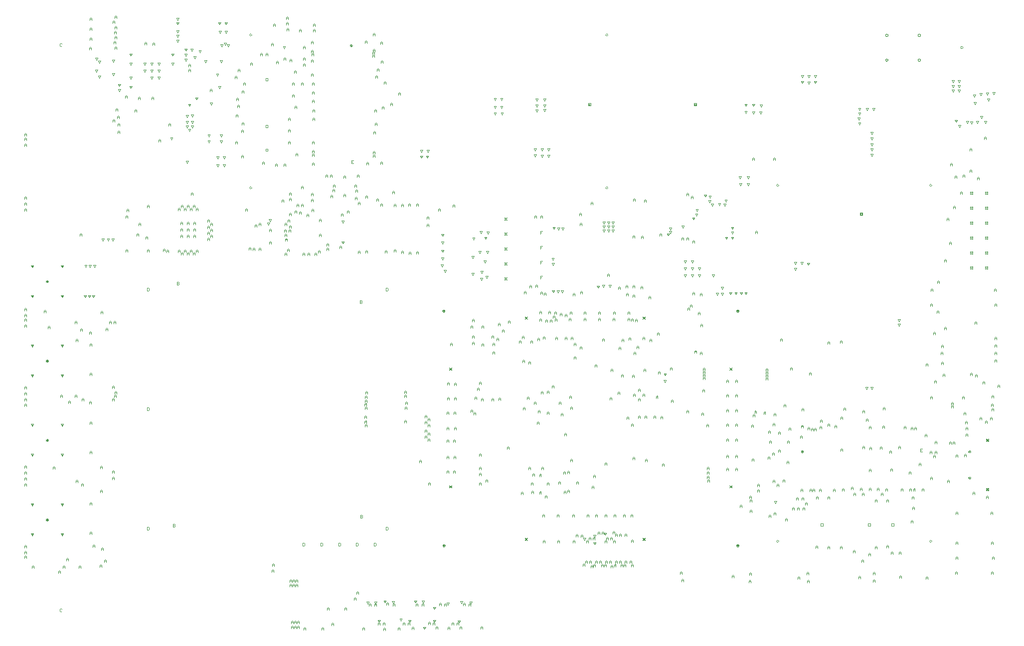
<source format=gbr>
G04*
G04 #@! TF.GenerationSoftware,Altium Limited,Altium Designer,23.7.1 (13)*
G04*
G04 Layer_Color=2752767*
%FSLAX25Y25*%
%MOIN*%
G70*
G04*
G04 #@! TF.SameCoordinates,AF00DCEB-AC48-4C7C-91EA-99F42E284231*
G04*
G04*
G04 #@! TF.FilePolarity,Positive*
G04*
G01*
G75*
%ADD293C,0.00200*%
%ADD294C,0.00267*%
%ADD295C,0.00133*%
D293*
X297232Y-116312D02*
X297632Y-115512D01*
X297232Y-114712D01*
X298031Y-115112D01*
X298832Y-114712D01*
X298431Y-115512D01*
X298832Y-116312D01*
X298031Y-115912D01*
X297232Y-116312D01*
Y-146312D02*
X297632Y-145512D01*
X297232Y-144712D01*
X298031Y-145112D01*
X298832Y-144712D01*
X298431Y-145512D01*
X298832Y-146312D01*
X298031Y-145912D01*
X297232Y-146312D01*
Y-156312D02*
X297632Y-155512D01*
X297232Y-154712D01*
X298031Y-155112D01*
X298832Y-154712D01*
X298431Y-155512D01*
X298832Y-156312D01*
X298031Y-155912D01*
X297232Y-156312D01*
Y-126312D02*
X297632Y-125512D01*
X297232Y-124712D01*
X298031Y-125112D01*
X298832Y-124712D01*
X298431Y-125512D01*
X298832Y-126312D01*
X298031Y-125912D01*
X297232Y-126312D01*
Y-136312D02*
X297632Y-135512D01*
X297232Y-134712D01*
X298031Y-135112D01*
X298832Y-134712D01*
X298431Y-135512D01*
X298832Y-136312D01*
X298031Y-135912D01*
X297232Y-136312D01*
X322593Y-143670D02*
X321260D01*
Y-144670D01*
X321926D01*
X321260D01*
Y-145669D01*
X322593Y-153670D02*
X321260D01*
Y-154670D01*
X321926D01*
X321260D01*
Y-155669D01*
X322593Y-133670D02*
X321260D01*
Y-134670D01*
X321926D01*
X321260D01*
Y-135669D01*
X322593Y-123670D02*
X321260D01*
Y-124670D01*
X321926D01*
X321260D01*
Y-125669D01*
X574010Y7045D02*
Y6645D01*
X574810D01*
Y7045D01*
X575210D01*
Y7845D01*
X574810D01*
Y8245D01*
X574010D01*
Y7845D01*
X573609D01*
Y7045D01*
X574010D01*
Y-9455D02*
Y-9855D01*
X574810D01*
Y-9455D01*
X575210D01*
Y-8655D01*
X574810D01*
Y-8255D01*
X574010D01*
Y-8655D01*
X573609D01*
Y-9455D01*
X574010D01*
X552310Y7045D02*
Y6645D01*
X553110D01*
Y7045D01*
X553510D01*
Y7845D01*
X553110D01*
Y8245D01*
X552310D01*
Y7845D01*
X551909D01*
Y7045D01*
X552310D01*
Y-9455D02*
Y-9855D01*
X553110D01*
Y-9455D01*
X553510D01*
Y-8655D01*
X553110D01*
Y-8255D01*
X552310D01*
Y-8655D01*
X551909D01*
Y-9455D01*
X552310D01*
X1333Y1666D02*
X1000Y1999D01*
X333D01*
X0Y1666D01*
Y333D01*
X333Y0D01*
X1000D01*
X1333Y333D01*
X608268Y-289580D02*
X608668Y-289179D01*
X609068D01*
X608668Y-288779D01*
X609068Y-288380D01*
X608668D01*
X608268Y-287980D01*
X607868Y-288380D01*
X607468D01*
X607868Y-288779D01*
X607468Y-289179D01*
X607868D01*
X608268Y-289580D01*
Y-272060D02*
X608668Y-271660D01*
X609068D01*
X608668Y-271260D01*
X609068Y-270860D01*
X608668D01*
X608268Y-270460D01*
X607868Y-270860D01*
X607468D01*
X607868Y-271260D01*
X607468Y-271660D01*
X607868D01*
X608268Y-272060D01*
X619279Y-264383D02*
X619679D01*
X620079Y-263983D01*
X620479Y-264383D01*
X620879D01*
Y-263983D01*
X620479Y-263583D01*
X620879Y-263183D01*
Y-262783D01*
X620479D01*
X620079Y-263183D01*
X619679Y-262783D01*
X619279D01*
Y-263183D01*
X619679Y-263583D01*
X619279Y-263983D01*
Y-264383D01*
X619679Y-263983D02*
X619879D01*
X620079Y-263783D01*
X620279Y-263983D01*
X620479D01*
Y-263783D01*
X620279Y-263583D01*
X620479Y-263383D01*
Y-263183D01*
X620279D01*
X620079Y-263383D01*
X619879Y-263183D01*
X619679D01*
Y-263383D01*
X619879Y-263583D01*
X619679Y-263783D01*
Y-263983D01*
X619279Y-297257D02*
X619679D01*
X620079Y-296857D01*
X620479Y-297257D01*
X620879D01*
Y-296857D01*
X620479Y-296457D01*
X620879Y-296057D01*
Y-295657D01*
X620479D01*
X620079Y-296057D01*
X619679Y-295657D01*
X619279D01*
Y-296057D01*
X619679Y-296457D01*
X619279Y-296857D01*
Y-297257D01*
X619679Y-296857D02*
X619879D01*
X620079Y-296657D01*
X620279Y-296857D01*
X620479D01*
Y-296657D01*
X620279Y-296457D01*
X620479Y-296257D01*
Y-296057D01*
X620279D01*
X620079Y-296257D01*
X619879Y-296057D01*
X619679D01*
Y-296257D01*
X619879Y-296457D01*
X619679Y-296657D01*
Y-296857D01*
X137497Y-22896D02*
Y-21296D01*
X139097D01*
Y-22896D01*
X137497D01*
Y-70140D02*
Y-68540D01*
X139097D01*
Y-70140D01*
X137497D01*
X196215Y-76347D02*
X194882D01*
Y-78347D01*
X196215D01*
X194882Y-77347D02*
X195548D01*
X576530Y-269359D02*
X575197D01*
Y-271358D01*
X576530D01*
X575197Y-270359D02*
X575863D01*
X353236Y-39776D02*
Y-38176D01*
X354836D01*
Y-39776D01*
X353236D01*
X353636Y-39376D02*
Y-38576D01*
X354435D01*
Y-39376D01*
X353636D01*
X424003Y-39776D02*
Y-38176D01*
X425603D01*
Y-39776D01*
X424003D01*
X424403Y-39376D02*
Y-38576D01*
X425203D01*
Y-39376D01*
X424403D01*
X137497Y-54392D02*
Y-52792D01*
X139097D01*
Y-54392D01*
X137497D01*
X535027Y-113005D02*
Y-111405D01*
X536627D01*
Y-113005D01*
X535027D01*
X535427Y-112605D02*
Y-111805D01*
X536227D01*
Y-112605D01*
X535427D01*
X389662Y-182569D02*
X390062Y-181769D01*
X389662Y-180969D01*
X390462Y-181369D01*
X391262Y-180969D01*
X390862Y-181769D01*
X391262Y-182569D01*
X390462Y-182169D01*
X389662Y-182569D01*
X390062Y-182169D02*
X390262Y-181769D01*
X390062Y-181369D01*
X390462Y-181569D01*
X390862Y-181369D01*
X390662Y-181769D01*
X390862Y-182169D01*
X390462Y-181969D01*
X390062Y-182169D01*
X310922Y-182569D02*
X311322Y-181769D01*
X310922Y-180969D01*
X311722Y-181369D01*
X312522Y-180969D01*
X312122Y-181769D01*
X312522Y-182569D01*
X311722Y-182169D01*
X310922Y-182569D01*
X311322Y-182169D02*
X311522Y-181769D01*
X311322Y-181369D01*
X311722Y-181569D01*
X312122Y-181369D01*
X311922Y-181769D01*
X312122Y-182169D01*
X311722Y-181969D01*
X311322Y-182169D01*
X540293Y-320967D02*
Y-319367D01*
X541893D01*
Y-320967D01*
X540293D01*
X508797D02*
Y-319367D01*
X510397D01*
Y-320967D01*
X508797D01*
X556041D02*
Y-319367D01*
X557641D01*
Y-320967D01*
X556041D01*
X186221Y-332253D02*
Y-334252D01*
X187220D01*
X187553Y-333919D01*
Y-332586D01*
X187220Y-332253D01*
X186221D01*
X198031D02*
Y-334252D01*
X199031D01*
X199364Y-333919D01*
Y-332586D01*
X199031Y-332253D01*
X198031D01*
X58268Y-161780D02*
Y-163779D01*
X59267D01*
X59601Y-163446D01*
Y-162113D01*
X59267Y-161780D01*
X58268D01*
X209842Y-332253D02*
Y-334252D01*
X210842D01*
X211175Y-333919D01*
Y-332586D01*
X210842Y-332253D01*
X209842D01*
X58268Y-321623D02*
Y-323622D01*
X59267D01*
X59601Y-323289D01*
Y-321956D01*
X59267Y-321623D01*
X58268D01*
X218110Y-161780D02*
Y-163779D01*
X219110D01*
X219443Y-163446D01*
Y-162113D01*
X219110Y-161780D01*
X218110D01*
X58268Y-241701D02*
Y-243701D01*
X59267D01*
X59601Y-243368D01*
Y-242035D01*
X59267Y-241701D01*
X58268D01*
X174221Y-332253D02*
Y-334252D01*
X175220D01*
X175553Y-333919D01*
Y-332586D01*
X175220Y-332253D01*
X174221D01*
X218110Y-321623D02*
Y-323622D01*
X219110D01*
X219443Y-323289D01*
Y-321956D01*
X219110Y-321623D01*
X218110D01*
X162221Y-332253D02*
Y-334252D01*
X163220D01*
X163553Y-333919D01*
Y-332586D01*
X163220Y-332253D01*
X162221D01*
X389652Y-330690D02*
X390052Y-329890D01*
X389652Y-329090D01*
X390452Y-329490D01*
X391252Y-329090D01*
X390852Y-329890D01*
X391252Y-330690D01*
X390452Y-330290D01*
X389652Y-330690D01*
X390052Y-330290D02*
X390252Y-329890D01*
X390052Y-329490D01*
X390452Y-329690D01*
X390852Y-329490D01*
X390652Y-329890D01*
X390852Y-330290D01*
X390452Y-330090D01*
X390052Y-330290D01*
X310912Y-330690D02*
X311312Y-329890D01*
X310912Y-329090D01*
X311712Y-329490D01*
X312512Y-329090D01*
X312112Y-329890D01*
X312512Y-330690D01*
X311712Y-330290D01*
X310912Y-330690D01*
X311312Y-330290D02*
X311512Y-329890D01*
X311312Y-329490D01*
X311712Y-329690D01*
X312112Y-329490D01*
X311912Y-329890D01*
X312112Y-330290D01*
X311712Y-330090D01*
X311312Y-330290D01*
X260282Y-295502D02*
X260682Y-294702D01*
X260282Y-293902D01*
X261082Y-294302D01*
X261882Y-293902D01*
X261482Y-294702D01*
X261882Y-295502D01*
X261082Y-295102D01*
X260282Y-295502D01*
X260682Y-295102D02*
X260882Y-294702D01*
X260682Y-294302D01*
X261082Y-294502D01*
X261482Y-294302D01*
X261282Y-294702D01*
X261482Y-295102D01*
X261082Y-294902D01*
X260682Y-295102D01*
X260282Y-216762D02*
X260682Y-215962D01*
X260282Y-215162D01*
X261082Y-215562D01*
X261882Y-215162D01*
X261482Y-215962D01*
X261882Y-216762D01*
X261082Y-216362D01*
X260282Y-216762D01*
X260682Y-216362D02*
X260882Y-215962D01*
X260682Y-215562D01*
X261082Y-215762D01*
X261482Y-215562D01*
X261282Y-215962D01*
X261482Y-216362D01*
X261082Y-216162D01*
X260682Y-216362D01*
X447773Y-216772D02*
X448173Y-215972D01*
X447773Y-215172D01*
X448573Y-215572D01*
X449373Y-215172D01*
X448973Y-215972D01*
X449373Y-216772D01*
X448573Y-216372D01*
X447773Y-216772D01*
X448173Y-216372D02*
X448373Y-215972D01*
X448173Y-215572D01*
X448573Y-215772D01*
X448973Y-215572D01*
X448773Y-215972D01*
X448973Y-216372D01*
X448573Y-216172D01*
X448173Y-216372D01*
X447773Y-295512D02*
X448173Y-294712D01*
X447773Y-293912D01*
X448573Y-294312D01*
X449373Y-293912D01*
X448973Y-294712D01*
X449373Y-295512D01*
X448573Y-295112D01*
X447773Y-295512D01*
X448173Y-295112D02*
X448373Y-294712D01*
X448173Y-294312D01*
X448573Y-294512D01*
X448973Y-294312D01*
X448773Y-294712D01*
X448973Y-295112D01*
X448573Y-294912D01*
X448173Y-295112D01*
X200876Y-313720D02*
Y-315719D01*
X201875D01*
X202209Y-315386D01*
Y-315053D01*
X201875Y-314719D01*
X200876D01*
X201875D01*
X202209Y-314386D01*
Y-314053D01*
X201875Y-313720D01*
X200876D01*
X75768Y-319623D02*
Y-321622D01*
X76767D01*
X77101Y-321289D01*
Y-320956D01*
X76767Y-320622D01*
X75768D01*
X76767D01*
X77101Y-320289D01*
Y-319956D01*
X76767Y-319623D01*
X75768D01*
X78268Y-157780D02*
Y-159780D01*
X79267D01*
X79601Y-159446D01*
Y-159113D01*
X79267Y-158780D01*
X78268D01*
X79267D01*
X79601Y-158447D01*
Y-158113D01*
X79267Y-157780D01*
X78268D01*
X200610Y-169880D02*
Y-171879D01*
X201610D01*
X201943Y-171546D01*
Y-171213D01*
X201610Y-170880D01*
X200610D01*
X201610D01*
X201943Y-170547D01*
Y-170213D01*
X201610Y-169880D01*
X200610D01*
X452793Y-334456D02*
Y-334856D01*
X453593D01*
Y-334456D01*
X453993D01*
Y-333656D01*
X453593D01*
Y-333256D01*
X452793D01*
Y-333656D01*
X452393D01*
Y-334456D01*
X452793D01*
X452993Y-334256D02*
Y-334456D01*
X453393D01*
Y-334256D01*
X453593D01*
Y-333856D01*
X453393D01*
Y-333656D01*
X452993D01*
Y-333856D01*
X452793D01*
Y-334256D01*
X452993D01*
X256193Y-177456D02*
Y-177856D01*
X256993D01*
Y-177456D01*
X257393D01*
Y-176656D01*
X256993D01*
Y-176256D01*
X256193D01*
Y-176656D01*
X255793D01*
Y-177456D01*
X256193D01*
X256393Y-177256D02*
Y-177456D01*
X256793D01*
Y-177256D01*
X256993D01*
Y-176856D01*
X256793D01*
Y-176656D01*
X256393D01*
Y-176856D01*
X256193D01*
Y-177256D01*
X256393D01*
X256293Y-334456D02*
Y-334856D01*
X257093D01*
Y-334456D01*
X257493D01*
Y-333656D01*
X257093D01*
Y-333256D01*
X256293D01*
Y-333656D01*
X255893D01*
Y-334456D01*
X256293D01*
X256493Y-334256D02*
Y-334456D01*
X256893D01*
Y-334256D01*
X257093D01*
Y-333856D01*
X256893D01*
Y-333656D01*
X256493D01*
Y-333856D01*
X256293D01*
Y-334256D01*
X256493D01*
X452793Y-177456D02*
Y-177856D01*
X453593D01*
Y-177456D01*
X453993D01*
Y-176656D01*
X453593D01*
Y-176256D01*
X452793D01*
Y-176656D01*
X452393D01*
Y-177456D01*
X452793D01*
X452993Y-177256D02*
Y-177456D01*
X453393D01*
Y-177256D01*
X453593D01*
Y-176856D01*
X453393D01*
Y-176656D01*
X452993D01*
Y-176856D01*
X452793D01*
Y-177256D01*
X452993D01*
X-18464Y-327581D02*
X-19264Y-325981D01*
X-17664D01*
X-18464Y-327581D01*
Y-327181D02*
X-18865Y-326381D01*
X-18065D01*
X-18464Y-327181D01*
X-8465Y-317581D02*
X-8065Y-317181D01*
X-7665D01*
X-8065Y-316781D01*
X-7665Y-316381D01*
X-8065D01*
X-8465Y-315981D01*
X-8864Y-316381D01*
X-9264D01*
X-8864Y-316781D01*
X-9264Y-317181D01*
X-8864D01*
X-8465Y-317581D01*
Y-317181D02*
X-8264Y-316981D01*
X-8065D01*
X-8264Y-316781D01*
X-8065Y-316581D01*
X-8264D01*
X-8465Y-316381D01*
X-8664Y-316581D01*
X-8864D01*
X-8664Y-316781D01*
X-8864Y-316981D01*
X-8664D01*
X-8465Y-317181D01*
X1535Y-327581D02*
X735Y-325981D01*
X2335D01*
X1535Y-327581D01*
Y-327181D02*
X1135Y-326381D01*
X1936D01*
X1535Y-327181D01*
Y-307581D02*
X735Y-305981D01*
X2335D01*
X1535Y-307581D01*
Y-307181D02*
X1135Y-306381D01*
X1936D01*
X1535Y-307181D01*
X-18464Y-307581D02*
X-19264Y-305981D01*
X-17664D01*
X-18464Y-307581D01*
Y-307181D02*
X-18865Y-306381D01*
X-18065D01*
X-18464Y-307181D01*
X-18465Y-274430D02*
X-19265Y-272830D01*
X-17665D01*
X-18465Y-274430D01*
Y-274030D02*
X-18865Y-273230D01*
X-18065D01*
X-18465Y-274030D01*
X-8465Y-264430D02*
X-8065Y-264030D01*
X-7665D01*
X-8065Y-263630D01*
X-7665Y-263230D01*
X-8065D01*
X-8465Y-262830D01*
X-8865Y-263230D01*
X-9265D01*
X-8865Y-263630D01*
X-9265Y-264030D01*
X-8865D01*
X-8465Y-264430D01*
Y-264030D02*
X-8265Y-263830D01*
X-8065D01*
X-8265Y-263630D01*
X-8065Y-263430D01*
X-8265D01*
X-8465Y-263230D01*
X-8665Y-263430D01*
X-8865D01*
X-8665Y-263630D01*
X-8865Y-263830D01*
X-8665D01*
X-8465Y-264030D01*
X1535Y-274430D02*
X735Y-272830D01*
X2335D01*
X1535Y-274430D01*
Y-274030D02*
X1135Y-273230D01*
X1935D01*
X1535Y-274030D01*
Y-254430D02*
X735Y-252830D01*
X2335D01*
X1535Y-254430D01*
Y-254030D02*
X1135Y-253230D01*
X1935D01*
X1535Y-254030D01*
X-18465Y-254430D02*
X-19265Y-252830D01*
X-17665D01*
X-18465Y-254430D01*
Y-254030D02*
X-18865Y-253230D01*
X-18065D01*
X-18465Y-254030D01*
Y-221280D02*
X-19265Y-219680D01*
X-17665D01*
X-18465Y-221280D01*
Y-220880D02*
X-18865Y-220080D01*
X-18065D01*
X-18465Y-220880D01*
X-8465Y-211280D02*
X-8065Y-210880D01*
X-7665D01*
X-8065Y-210480D01*
X-7665Y-210080D01*
X-8065D01*
X-8465Y-209680D01*
X-8865Y-210080D01*
X-9265D01*
X-8865Y-210480D01*
X-9265Y-210880D01*
X-8865D01*
X-8465Y-211280D01*
Y-210880D02*
X-8265Y-210680D01*
X-8065D01*
X-8265Y-210480D01*
X-8065Y-210280D01*
X-8265D01*
X-8465Y-210080D01*
X-8665Y-210280D01*
X-8865D01*
X-8665Y-210480D01*
X-8865Y-210680D01*
X-8665D01*
X-8465Y-210880D01*
X1535Y-221280D02*
X735Y-219680D01*
X2335D01*
X1535Y-221280D01*
Y-220880D02*
X1135Y-220080D01*
X1935D01*
X1535Y-220880D01*
Y-201280D02*
X735Y-199680D01*
X2335D01*
X1535Y-201280D01*
Y-200880D02*
X1135Y-200080D01*
X1935D01*
X1535Y-200880D01*
X-18465Y-201280D02*
X-19265Y-199680D01*
X-17665D01*
X-18465Y-201280D01*
Y-200880D02*
X-18865Y-200080D01*
X-18065D01*
X-18465Y-200880D01*
X-18464Y-168132D02*
X-19264Y-166532D01*
X-17664D01*
X-18464Y-168132D01*
Y-167732D02*
X-18865Y-166932D01*
X-18065D01*
X-18464Y-167732D01*
X-8465Y-158132D02*
X-8065Y-157732D01*
X-7665D01*
X-8065Y-157332D01*
X-7665Y-156932D01*
X-8065D01*
X-8465Y-156532D01*
X-8864Y-156932D01*
X-9264D01*
X-8864Y-157332D01*
X-9264Y-157732D01*
X-8864D01*
X-8465Y-158132D01*
Y-157732D02*
X-8264Y-157532D01*
X-8065D01*
X-8264Y-157332D01*
X-8065Y-157132D01*
X-8264D01*
X-8465Y-156932D01*
X-8664Y-157132D01*
X-8864D01*
X-8664Y-157332D01*
X-8864Y-157532D01*
X-8664D01*
X-8465Y-157732D01*
X1535Y-168132D02*
X735Y-166532D01*
X2335D01*
X1535Y-168132D01*
Y-167732D02*
X1135Y-166932D01*
X1936D01*
X1535Y-167732D01*
Y-148132D02*
X735Y-146532D01*
X2335D01*
X1535Y-148132D01*
Y-147732D02*
X1135Y-146932D01*
X1936D01*
X1535Y-147732D01*
X-18464Y-148132D02*
X-19264Y-146532D01*
X-17664D01*
X-18464Y-148132D01*
Y-147732D02*
X-18865Y-146932D01*
X-18065D01*
X-18464Y-147732D01*
X608649Y-98989D02*
X609049D01*
X609449Y-98589D01*
X609849Y-98989D01*
X610249D01*
Y-98589D01*
X609849Y-98189D01*
X610249Y-97789D01*
Y-97389D01*
X609849D01*
X609449Y-97789D01*
X609049Y-97389D01*
X608649D01*
Y-97789D01*
X609049Y-98189D01*
X608649Y-98589D01*
Y-98989D01*
Y-108989D02*
X609049D01*
X609449Y-108589D01*
X609849Y-108989D01*
X610249D01*
Y-108589D01*
X609849Y-108189D01*
X610249Y-107789D01*
Y-107389D01*
X609849D01*
X609449Y-107789D01*
X609049Y-107389D01*
X608649D01*
Y-107789D01*
X609049Y-108189D01*
X608649Y-108589D01*
Y-108989D01*
Y-118989D02*
X609049D01*
X609449Y-118589D01*
X609849Y-118989D01*
X610249D01*
Y-118589D01*
X609849Y-118189D01*
X610249Y-117789D01*
Y-117389D01*
X609849D01*
X609449Y-117789D01*
X609049Y-117389D01*
X608649D01*
Y-117789D01*
X609049Y-118189D01*
X608649Y-118589D01*
Y-118989D01*
Y-128989D02*
X609049D01*
X609449Y-128589D01*
X609849Y-128989D01*
X610249D01*
Y-128589D01*
X609849Y-128189D01*
X610249Y-127789D01*
Y-127389D01*
X609849D01*
X609449Y-127789D01*
X609049Y-127389D01*
X608649D01*
Y-127789D01*
X609049Y-128189D01*
X608649Y-128589D01*
Y-128989D01*
Y-138989D02*
X609049D01*
X609449Y-138589D01*
X609849Y-138989D01*
X610249D01*
Y-138589D01*
X609849Y-138189D01*
X610249Y-137789D01*
Y-137389D01*
X609849D01*
X609449Y-137789D01*
X609049Y-137389D01*
X608649D01*
Y-137789D01*
X609049Y-138189D01*
X608649Y-138589D01*
Y-138989D01*
Y-148989D02*
X609049D01*
X609449Y-148589D01*
X609849Y-148989D01*
X610249D01*
Y-148589D01*
X609849Y-148189D01*
X610249Y-147789D01*
Y-147389D01*
X609849D01*
X609449Y-147789D01*
X609049Y-147389D01*
X608649D01*
Y-147789D01*
X609049Y-148189D01*
X608649Y-148589D01*
Y-148989D01*
X618649Y-98989D02*
X619049D01*
X619449Y-98589D01*
X619849Y-98989D01*
X620249D01*
Y-98589D01*
X619849Y-98189D01*
X620249Y-97789D01*
Y-97389D01*
X619849D01*
X619449Y-97789D01*
X619049Y-97389D01*
X618649D01*
Y-97789D01*
X619049Y-98189D01*
X618649Y-98589D01*
Y-98989D01*
Y-108989D02*
X619049D01*
X619449Y-108589D01*
X619849Y-108989D01*
X620249D01*
Y-108589D01*
X619849Y-108189D01*
X620249Y-107789D01*
Y-107389D01*
X619849D01*
X619449Y-107789D01*
X619049Y-107389D01*
X618649D01*
Y-107789D01*
X619049Y-108189D01*
X618649Y-108589D01*
Y-108989D01*
Y-118989D02*
X619049D01*
X619449Y-118589D01*
X619849Y-118989D01*
X620249D01*
Y-118589D01*
X619849Y-118189D01*
X620249Y-117789D01*
Y-117389D01*
X619849D01*
X619449Y-117789D01*
X619049Y-117389D01*
X618649D01*
Y-117789D01*
X619049Y-118189D01*
X618649Y-118589D01*
Y-118989D01*
Y-128989D02*
X619049D01*
X619449Y-128589D01*
X619849Y-128989D01*
X620249D01*
Y-128589D01*
X619849Y-128189D01*
X620249Y-127789D01*
Y-127389D01*
X619849D01*
X619449Y-127789D01*
X619049Y-127389D01*
X618649D01*
Y-127789D01*
X619049Y-128189D01*
X618649Y-128589D01*
Y-128989D01*
Y-138989D02*
X619049D01*
X619449Y-138589D01*
X619849Y-138989D01*
X620249D01*
Y-138589D01*
X619849Y-138189D01*
X620249Y-137789D01*
Y-137389D01*
X619849D01*
X619449Y-137789D01*
X619049Y-137389D01*
X618649D01*
Y-137789D01*
X619049Y-138189D01*
X618649Y-138589D01*
Y-138989D01*
Y-148989D02*
X619049D01*
X619449Y-148589D01*
X619849Y-148989D01*
X620249D01*
Y-148589D01*
X619849Y-148189D01*
X620249Y-147789D01*
Y-147389D01*
X619849D01*
X619449Y-147789D01*
X619049Y-147389D01*
X618649D01*
Y-147789D01*
X619049Y-148189D01*
X618649Y-148589D01*
Y-148989D01*
X1333Y-376729D02*
X1000Y-376396D01*
X333D01*
X0Y-376729D01*
Y-378062D01*
X333Y-378395D01*
X1000D01*
X1333Y-378062D01*
X181534Y-387757D02*
Y-386424D01*
X182200Y-385758D01*
X182867Y-386424D01*
Y-387757D01*
Y-386757D01*
X181534D01*
X522047Y-270866D02*
Y-269533D01*
X522714Y-268867D01*
X523380Y-269533D01*
Y-270866D01*
Y-269866D01*
X522047D01*
X496620Y-310492D02*
Y-309159D01*
X497286Y-308493D01*
X497953Y-309159D01*
Y-310492D01*
Y-309492D01*
X496620D01*
X61811Y787D02*
Y2120D01*
X62477Y2787D01*
X63144Y2120D01*
Y787D01*
Y1787D01*
X61811D01*
X593307Y-292126D02*
Y-290793D01*
X593973Y-290127D01*
X594640Y-290793D01*
Y-292126D01*
Y-291126D01*
X593307D01*
X245325Y-120837D02*
Y-119504D01*
X245991Y-118838D01*
X246658Y-119504D01*
Y-120837D01*
Y-119837D01*
X245325D01*
X500049Y-256633D02*
Y-255301D01*
X500716Y-254634D01*
X501382Y-255301D01*
Y-256633D01*
Y-255634D01*
X500049D01*
X585039Y-266142D02*
Y-264809D01*
X585706Y-264142D01*
X586372Y-264809D01*
Y-266142D01*
Y-265142D01*
X585039D01*
X560630Y-269291D02*
Y-267958D01*
X561296Y-267292D01*
X561963Y-267958D01*
Y-269291D01*
Y-268292D01*
X560630D01*
X599044Y-275032D02*
Y-273699D01*
X599711Y-273032D01*
X600377Y-273699D01*
Y-275032D01*
Y-274032D01*
X599044D01*
X585039Y-272835D02*
Y-271502D01*
X585706Y-270835D01*
X586372Y-271502D01*
Y-272835D01*
Y-271835D01*
X585039D01*
X581496Y-272835D02*
Y-271502D01*
X582163Y-270835D01*
X582829Y-271502D01*
Y-272835D01*
Y-271835D01*
X581496D01*
X548425Y-269632D02*
Y-268299D01*
X549092Y-267632D01*
X549758Y-268299D01*
Y-269632D01*
Y-268632D01*
X548425D01*
X541093Y-284626D02*
Y-283294D01*
X541760Y-282627D01*
X542426Y-283294D01*
Y-284626D01*
Y-283627D01*
X541093D01*
X541411Y-269932D02*
Y-268599D01*
X542078Y-267933D01*
X542744Y-268599D01*
Y-269932D01*
Y-268932D01*
X541411D01*
X536489Y-269182D02*
Y-267849D01*
X537155Y-267182D01*
X537822Y-267849D01*
Y-269182D01*
Y-268182D01*
X536489D01*
X554724Y-272441D02*
Y-271108D01*
X555391Y-270442D01*
X556057Y-271108D01*
Y-272441D01*
Y-271441D01*
X554724D01*
X555460Y-284401D02*
Y-283068D01*
X556126Y-282401D01*
X556793Y-283068D01*
Y-284401D01*
Y-283401D01*
X555460D01*
X574406Y-280807D02*
Y-279474D01*
X575072Y-278807D01*
X575739Y-279474D01*
Y-280807D01*
Y-279807D01*
X574406D01*
X567525Y-286203D02*
Y-284870D01*
X568192Y-284204D01*
X568858Y-284870D01*
Y-286203D01*
Y-285203D01*
X567525D01*
X581890Y-290158D02*
Y-288825D01*
X582556Y-288158D01*
X583223Y-288825D01*
Y-290158D01*
Y-289158D01*
X581890D01*
X583815Y-275386D02*
Y-274053D01*
X584481Y-273387D01*
X585148Y-274053D01*
Y-275386D01*
Y-274386D01*
X583815D01*
X614822Y-250158D02*
Y-248825D01*
X615489Y-248159D01*
X616155Y-248825D01*
Y-250158D01*
Y-249158D01*
X614822D01*
X604724Y-274803D02*
Y-273470D01*
X605391Y-272804D01*
X606057Y-273470D01*
Y-274803D01*
Y-273803D01*
X604724D01*
X321260Y-166142D02*
Y-164809D01*
X321926Y-164142D01*
X322593Y-164809D01*
Y-166142D01*
Y-165142D01*
X321260D01*
X323622Y-166535D02*
Y-165202D01*
X324289Y-164536D01*
X324955Y-165202D01*
Y-166535D01*
Y-165536D01*
X323622D01*
X150394Y-140157D02*
Y-138825D01*
X151060Y-138158D01*
X151727Y-138825D01*
Y-140157D01*
Y-139158D01*
X150394D01*
X317323Y-114961D02*
Y-113628D01*
X317989Y-112961D01*
X318656Y-113628D01*
Y-114961D01*
Y-113961D01*
X317323D01*
X321260Y-114961D02*
Y-113628D01*
X321926Y-112961D01*
X322593Y-113628D01*
Y-114961D01*
Y-113961D01*
X321260D01*
X320761Y-183851D02*
Y-182518D01*
X321428Y-181852D01*
X322094Y-182518D01*
Y-183851D01*
Y-182852D01*
X320761D01*
X309449Y-211811D02*
Y-210478D01*
X310115Y-209812D01*
X310782Y-210478D01*
Y-211811D01*
Y-210811D01*
X309449D01*
X313386Y-212598D02*
Y-211265D01*
X314052Y-210599D01*
X314719Y-211265D01*
Y-212598D01*
Y-211599D01*
X313386D01*
X124016Y-110236D02*
Y-108903D01*
X124682Y-108237D01*
X125349Y-108903D01*
Y-110236D01*
Y-109237D01*
X124016D01*
X222351Y-98694D02*
Y-97361D01*
X223017Y-96694D01*
X223684Y-97361D01*
Y-98694D01*
Y-97694D01*
X222351D01*
X245276Y-115748D02*
Y-114415D01*
X245942Y-113749D01*
X246608Y-114415D01*
Y-115748D01*
Y-114748D01*
X245276D01*
X211648Y-103695D02*
Y-102362D01*
X212315Y-101695D01*
X212981Y-102362D01*
Y-103695D01*
Y-102695D01*
X211648D01*
X44001Y-137747D02*
Y-136414D01*
X44667Y-135747D01*
X45333Y-136414D01*
Y-137747D01*
Y-136747D01*
X44001D01*
X100729Y-127872D02*
Y-126539D01*
X101396Y-125872D01*
X102062Y-126539D01*
Y-127872D01*
Y-126872D01*
X100729D01*
X-23622Y-181102D02*
Y-179770D01*
X-22956Y-179103D01*
X-22289Y-179770D01*
Y-181102D01*
Y-180103D01*
X-23622D01*
X98761Y-129872D02*
Y-128539D01*
X99427Y-127873D01*
X100094Y-128539D01*
Y-129872D01*
Y-128872D01*
X98761D01*
X57422Y-128927D02*
Y-127594D01*
X58089Y-126928D01*
X58755Y-127594D01*
Y-128927D01*
Y-127927D01*
X57422D01*
X89312Y-128140D02*
Y-126807D01*
X89978Y-126140D01*
X90645Y-126807D01*
Y-128140D01*
Y-127140D01*
X89312D01*
X84981Y-128140D02*
Y-126807D01*
X85648Y-126140D01*
X86314Y-126807D01*
Y-128140D01*
Y-127140D01*
X84981D01*
X80651Y-128140D02*
Y-126807D01*
X81317Y-126140D01*
X81984Y-126807D01*
Y-128140D01*
Y-127140D01*
X80651D01*
X89312Y-123809D02*
Y-122476D01*
X89978Y-121810D01*
X90645Y-122476D01*
Y-123809D01*
Y-122809D01*
X89312D01*
X84981Y-123809D02*
Y-122476D01*
X85648Y-121810D01*
X86314Y-122476D01*
Y-123809D01*
Y-122809D01*
X84981D01*
X80651Y-123809D02*
Y-122476D01*
X81317Y-121810D01*
X81984Y-122476D01*
Y-123809D01*
Y-122809D01*
X80651D01*
X89312Y-119478D02*
Y-118146D01*
X89978Y-117479D01*
X90645Y-118146D01*
Y-119478D01*
Y-118479D01*
X89312D01*
X84981Y-119478D02*
Y-118146D01*
X85648Y-117479D01*
X86314Y-118146D01*
Y-119478D01*
Y-118479D01*
X84981D01*
X80651Y-119478D02*
Y-118146D01*
X81317Y-117479D01*
X81984Y-118146D01*
Y-119478D01*
Y-118479D01*
X80651D01*
X98761Y-125872D02*
Y-124539D01*
X99427Y-123872D01*
X100094Y-124539D01*
Y-125872D01*
Y-124872D01*
X98761D01*
X58407Y-137589D02*
Y-136256D01*
X59073Y-135589D01*
X59739Y-136256D01*
Y-137589D01*
Y-136589D01*
X58407D01*
X85044Y-139557D02*
Y-138224D01*
X85711Y-137558D01*
X86377Y-138224D01*
Y-139557D01*
Y-138557D01*
X85044D01*
X81044Y-139557D02*
Y-138224D01*
X81711Y-137558D01*
X82377Y-138224D01*
Y-139557D01*
Y-138557D01*
X81044D01*
X89044Y-139557D02*
Y-138224D01*
X89711Y-137558D01*
X90377Y-138224D01*
Y-139557D01*
Y-138557D01*
X89044D01*
X71202Y-138095D02*
Y-136762D01*
X71868Y-136096D01*
X72535Y-136762D01*
Y-138095D01*
Y-137095D01*
X71202D01*
X79044Y-137936D02*
Y-136603D01*
X79711Y-135936D01*
X80377Y-136603D01*
Y-137936D01*
Y-136936D01*
X79044D01*
X83044Y-137936D02*
Y-136603D01*
X83711Y-135936D01*
X84377Y-136603D01*
Y-137936D01*
Y-136936D01*
X83044D01*
X91044Y-137936D02*
Y-136603D01*
X91711Y-135936D01*
X92377Y-136603D01*
Y-137936D01*
Y-136936D01*
X91044D01*
X87044Y-137936D02*
Y-136603D01*
X87711Y-135936D01*
X88377Y-136603D01*
Y-137936D01*
Y-136936D01*
X87044D01*
X68889Y-137453D02*
Y-136121D01*
X69556Y-135454D01*
X70222Y-136121D01*
Y-137453D01*
Y-136454D01*
X68889D01*
X98761Y-117746D02*
Y-116413D01*
X99427Y-115747D01*
X100094Y-116413D01*
Y-117746D01*
Y-116746D01*
X98761D01*
Y-121871D02*
Y-120539D01*
X99427Y-119872D01*
X100094Y-120539D01*
Y-121871D01*
Y-120872D01*
X98761D01*
X52501Y-119872D02*
Y-118539D01*
X53167Y-117873D01*
X53834Y-118539D01*
Y-119872D01*
Y-118872D01*
X52501D01*
X44134Y-115080D02*
Y-113747D01*
X44800Y-113081D01*
X45467Y-113747D01*
Y-115080D01*
Y-114080D01*
X44134D01*
X44621Y-110628D02*
Y-109295D01*
X45288Y-108628D01*
X45954Y-109295D01*
Y-110628D01*
Y-109628D01*
X44621D01*
X58210Y-108061D02*
Y-106728D01*
X58876Y-106062D01*
X59543Y-106728D01*
Y-108061D01*
Y-107061D01*
X58210D01*
X91044Y-110061D02*
Y-108728D01*
X91711Y-108062D01*
X92377Y-108728D01*
Y-110061D01*
Y-109061D01*
X91044D01*
X78918Y-110029D02*
Y-108697D01*
X79585Y-108030D01*
X80251Y-108697D01*
Y-110029D01*
Y-109030D01*
X78918D01*
X82918Y-110029D02*
Y-108697D01*
X83585Y-108030D01*
X84251Y-108697D01*
Y-110029D01*
Y-109030D01*
X82918D01*
X86981Y-110029D02*
Y-108697D01*
X87648Y-108030D01*
X88314Y-108697D01*
Y-110029D01*
Y-109030D01*
X86981D01*
X80981Y-108061D02*
Y-106728D01*
X81648Y-106062D01*
X82314Y-106728D01*
Y-108061D01*
Y-107061D01*
X80981D01*
X88981Y-108061D02*
Y-106728D01*
X89648Y-106062D01*
X90314Y-106728D01*
Y-108061D01*
Y-107061D01*
X88981D01*
X84981Y-108061D02*
Y-106728D01*
X85648Y-106062D01*
X86314Y-106728D01*
Y-108061D01*
Y-107061D01*
X84981D01*
X139370Y-119698D02*
X138570Y-118098D01*
X140170D01*
X139370Y-119698D01*
X262724Y-107813D02*
Y-106480D01*
X263390Y-105813D01*
X264056Y-106480D01*
Y-107813D01*
Y-106813D01*
X262724D01*
X253082Y-110236D02*
Y-108903D01*
X253748Y-108237D01*
X254415Y-108903D01*
Y-110236D01*
Y-109237D01*
X253082D01*
X317828Y-161260D02*
Y-159927D01*
X318495Y-159260D01*
X319161Y-159927D01*
Y-161260D01*
Y-160260D01*
X317828D01*
X313878Y-161597D02*
Y-160264D01*
X314545Y-159597D01*
X315211Y-160264D01*
Y-161597D01*
Y-160597D01*
X313878D01*
X286221Y-125603D02*
X285420Y-124003D01*
X287020D01*
X286221Y-125603D01*
X285827Y-138595D02*
X285027Y-136995D01*
X286627D01*
X285827Y-138595D01*
X285384Y-155292D02*
X284584Y-153692D01*
X286184D01*
X285384Y-155292D01*
X284646Y-129147D02*
X283846Y-127547D01*
X285446D01*
X284646Y-129147D01*
X284252Y-144895D02*
X283452Y-143295D01*
X285052D01*
X284252Y-144895D01*
X282058Y-152017D02*
X281258Y-150417D01*
X282858D01*
X282058Y-152017D01*
X281890Y-156705D02*
X281090Y-155105D01*
X282690D01*
X281890Y-156705D01*
X281496Y-125209D02*
X280696Y-123609D01*
X282296D01*
X281496Y-125209D01*
X280709Y-138595D02*
X279909Y-136995D01*
X281509D01*
X280709Y-138595D01*
X276650Y-129610D02*
X275850Y-128010D01*
X277450D01*
X276650Y-129610D01*
X276083Y-153359D02*
X275283Y-151759D01*
X276883D01*
X276083Y-153359D01*
Y-141942D02*
X275283Y-140342D01*
X276883D01*
X276083Y-141942D01*
X255906Y-127178D02*
X255105Y-125578D01*
X256705D01*
X255906Y-127178D01*
Y-132296D02*
X255105Y-130696D01*
X256705D01*
X255906Y-132296D01*
Y-137808D02*
X255105Y-136208D01*
X256705D01*
X255906Y-137808D01*
Y-142926D02*
X255105Y-141326D01*
X256705D01*
X255906Y-142926D01*
X257480Y-151194D02*
X256680Y-149594D01*
X258280D01*
X257480Y-151194D01*
X255512Y-147650D02*
X254712Y-146050D01*
X256312D01*
X255512Y-147650D01*
X140551Y-117335D02*
X139751Y-115735D01*
X141351D01*
X140551Y-117335D01*
X368110Y-330315D02*
Y-328982D01*
X368777Y-328316D01*
X369443Y-328982D01*
Y-330315D01*
Y-329315D01*
X368110D01*
X262006Y-387255D02*
Y-385922D01*
X262673Y-385256D01*
X263339Y-385922D01*
Y-387255D01*
Y-386256D01*
X262006D01*
X365354Y-330315D02*
Y-328982D01*
X366021Y-328316D01*
X366687Y-328982D01*
Y-330315D01*
Y-329315D01*
X365354D01*
X265158Y-387253D02*
Y-385921D01*
X265824Y-385254D01*
X266490Y-385921D01*
Y-387253D01*
Y-386254D01*
X265158D01*
X374114Y-346144D02*
Y-344812D01*
X374781Y-344145D01*
X375447Y-344812D01*
Y-346144D01*
Y-345145D01*
X374114D01*
X246339Y-386975D02*
Y-385642D01*
X247005Y-384976D01*
X247672Y-385642D01*
Y-386975D01*
Y-385975D01*
X246339D01*
X249410Y-387253D02*
Y-385921D01*
X250076Y-385254D01*
X250742Y-385921D01*
Y-387253D01*
Y-386254D01*
X249410D01*
X371359Y-346144D02*
Y-344812D01*
X372025Y-344145D01*
X372691Y-344812D01*
Y-346144D01*
Y-345145D01*
X371359D01*
X237992Y-374655D02*
Y-373322D01*
X238659Y-372656D01*
X239325Y-373322D01*
Y-374655D01*
Y-373655D01*
X237992D01*
X367422Y-346144D02*
Y-344812D01*
X368088Y-344145D01*
X368755Y-344812D01*
Y-346144D01*
Y-345145D01*
X367422D01*
X241929Y-374655D02*
Y-373322D01*
X242596Y-372656D01*
X243262Y-373322D01*
Y-374655D01*
Y-373655D01*
X241929D01*
X364666Y-346144D02*
Y-344812D01*
X365332Y-344145D01*
X365999Y-344812D01*
Y-346144D01*
Y-345145D01*
X364666D01*
X354036Y-346144D02*
Y-344812D01*
X354702Y-344145D01*
X355369Y-344812D01*
Y-346144D01*
Y-345145D01*
X354036D01*
X206496Y-374655D02*
Y-373322D01*
X207162Y-372656D01*
X207829Y-373322D01*
Y-374655D01*
Y-373655D01*
X206496D01*
X351280Y-346144D02*
Y-344812D01*
X351946Y-344145D01*
X352613Y-344812D01*
Y-346144D01*
Y-345145D01*
X351280D01*
X210433Y-374655D02*
Y-373322D01*
X211100Y-372656D01*
X211766Y-373322D01*
Y-374655D01*
Y-373655D01*
X210433D01*
X360729Y-346144D02*
Y-344812D01*
X361395Y-344145D01*
X362062Y-344812D01*
Y-346144D01*
Y-345145D01*
X360729D01*
X229331Y-387253D02*
Y-385921D01*
X229997Y-385254D01*
X230664Y-385921D01*
Y-387253D01*
Y-386254D01*
X229331D01*
X357973Y-346144D02*
Y-344812D01*
X358639Y-344145D01*
X359306Y-344812D01*
Y-346144D01*
Y-345145D01*
X357973D01*
X232480Y-387253D02*
Y-385921D01*
X233147Y-385254D01*
X233813Y-385921D01*
Y-387253D01*
Y-386254D01*
X232480D01*
X212795Y-387253D02*
Y-385921D01*
X213462Y-385254D01*
X214128Y-385921D01*
Y-387253D01*
Y-386254D01*
X212795D01*
X215945Y-387253D02*
Y-385921D01*
X216611Y-385254D01*
X217278Y-385921D01*
Y-387253D01*
Y-386254D01*
X215945D01*
X356299Y-330315D02*
Y-328982D01*
X356966Y-328316D01*
X357632Y-328982D01*
Y-330315D01*
Y-329315D01*
X356299D01*
X353543Y-330315D02*
Y-328982D01*
X354210Y-328316D01*
X354876Y-328982D01*
Y-330315D01*
Y-329315D01*
X353543D01*
X218445Y-374108D02*
Y-372775D01*
X219111Y-372108D01*
X219778Y-372775D01*
Y-374108D01*
Y-373108D01*
X218445D01*
X222638Y-374655D02*
Y-373322D01*
X223304Y-372656D01*
X223971Y-373322D01*
Y-374655D01*
Y-373655D01*
X222638D01*
X364567Y-327178D02*
X363767Y-325578D01*
X365367D01*
X364567Y-327178D01*
X357575Y-328576D02*
X356775Y-326976D01*
X358375D01*
X357575Y-328576D01*
X357480Y-333477D02*
X356680Y-331877D01*
X358280D01*
X357480Y-333477D01*
X350787Y-330721D02*
X349987Y-329121D01*
X351587D01*
X350787Y-330721D01*
X359652Y-326841D02*
Y-325508D01*
X360318Y-324842D01*
X360985Y-325508D01*
Y-326841D01*
Y-325842D01*
X359652D01*
X362408Y-326841D02*
Y-325508D01*
X363074Y-324842D01*
X363741Y-325508D01*
Y-326841D01*
Y-325842D01*
X362408D01*
X205906Y-373241D02*
X205105Y-371641D01*
X206705D01*
X205906Y-373241D01*
X211024D02*
X210224Y-371641D01*
X211824D01*
X211024Y-373241D01*
X222835Y-372847D02*
X222035Y-371247D01*
X223635D01*
X222835Y-372847D01*
X217323Y-372453D02*
X216523Y-370853D01*
X218123D01*
X217323Y-372453D01*
X237795D02*
X236995Y-370853D01*
X238595D01*
X237795Y-372453D01*
X242897Y-372664D02*
X242097Y-371064D01*
X243697D01*
X242897Y-372664D01*
X250394Y-376784D02*
X249594Y-375184D01*
X251194D01*
X250394Y-376784D01*
X259449Y-374028D02*
X258649Y-372428D01*
X260249D01*
X259449Y-374028D01*
X268504Y-372847D02*
X267704Y-371247D01*
X269304D01*
X268504Y-372847D01*
X274803Y-373241D02*
X274003Y-371641D01*
X275603D01*
X274803Y-373241D01*
X266929Y-385839D02*
X266129Y-384239D01*
X267729D01*
X266929Y-385839D01*
X243701Y-390170D02*
X242901Y-388570D01*
X244501D01*
X243701Y-390170D01*
X250394Y-385446D02*
X249594Y-383846D01*
X251194D01*
X250394Y-385446D01*
X227953Y-384658D02*
X227153Y-383058D01*
X228753D01*
X227953Y-384658D01*
X233858Y-385446D02*
X233058Y-383846D01*
X234658D01*
X233858Y-385446D01*
X213386D02*
X212586Y-383846D01*
X214186D01*
X213386Y-385446D01*
X513386Y-199213D02*
Y-197880D01*
X514052Y-197213D01*
X514719Y-197880D01*
Y-199213D01*
Y-198213D01*
X513386D01*
X521654Y-198819D02*
Y-197486D01*
X522320Y-196820D01*
X522986Y-197486D01*
Y-198819D01*
Y-197819D01*
X521654D01*
X591339Y-189764D02*
Y-188431D01*
X592005Y-187764D01*
X592671Y-188431D01*
Y-189764D01*
Y-188764D01*
X591339D01*
X153225Y-121747D02*
Y-120414D01*
X153892Y-119747D01*
X154558Y-120414D01*
Y-121747D01*
Y-120747D01*
X153225D01*
X133099Y-136519D02*
Y-135186D01*
X133765Y-134520D01*
X134432Y-135186D01*
Y-136519D01*
Y-135520D01*
X133099D01*
X24500Y-9229D02*
X23700Y-7629D01*
X25300D01*
X24500Y-9229D01*
X603150Y-235946D02*
Y-234613D01*
X603816Y-233946D01*
X604483Y-234613D01*
Y-235946D01*
Y-234946D01*
X603150D01*
X604316Y-246600D02*
Y-245267D01*
X604983Y-244600D01*
X605649Y-245267D01*
Y-246600D01*
Y-245600D01*
X604316D01*
X152756Y-65354D02*
Y-64021D01*
X153422Y-63355D01*
X154089Y-64021D01*
Y-65354D01*
Y-64355D01*
X152756D01*
Y-57480D02*
Y-56147D01*
X153422Y-55481D01*
X154089Y-56147D01*
Y-57480D01*
Y-56481D01*
X152756D01*
Y-49606D02*
Y-48273D01*
X153422Y-47607D01*
X154089Y-48273D01*
Y-49606D01*
Y-48607D01*
X152756D01*
X157480Y-73228D02*
Y-71895D01*
X158147Y-71229D01*
X158813Y-71895D01*
Y-73228D01*
Y-72229D01*
X157480D01*
X284646Y-291732D02*
Y-290399D01*
X285312Y-289733D01*
X285979Y-290399D01*
Y-291732D01*
Y-290733D01*
X284646D01*
X381890Y-183858D02*
Y-182525D01*
X382556Y-181859D01*
X383223Y-182525D01*
Y-183858D01*
Y-182859D01*
X381890D01*
X384646Y-184252D02*
Y-182919D01*
X385312Y-182253D01*
X385979Y-182919D01*
Y-184252D01*
Y-183252D01*
X384646D01*
X359842Y-161824D02*
X359043Y-160224D01*
X360643D01*
X359842Y-161824D01*
X363386Y-161430D02*
X362586Y-159830D01*
X364186D01*
X363386Y-161430D01*
X367717D02*
X366916Y-159830D01*
X368516D01*
X367717Y-161430D01*
X454775Y-308565D02*
Y-307233D01*
X455442Y-306566D01*
X456108Y-307233D01*
Y-308565D01*
Y-307566D01*
X454775D01*
X569685Y-303150D02*
Y-301817D01*
X570352Y-301150D01*
X571018Y-301817D01*
Y-303150D01*
Y-302150D01*
X569685D01*
X608268Y-84252D02*
Y-82919D01*
X608934Y-82253D01*
X609601Y-82919D01*
Y-84252D01*
Y-83252D01*
X608268D01*
X383083Y-161839D02*
Y-160506D01*
X383749Y-159840D01*
X384416Y-160506D01*
Y-161839D01*
Y-160839D01*
X383083D01*
X421313Y-174784D02*
Y-173451D01*
X421979Y-172785D01*
X422646Y-173451D01*
Y-174784D01*
Y-173785D01*
X421313D01*
X396850Y-249016D02*
Y-247683D01*
X397517Y-247016D01*
X398183Y-247683D01*
Y-249016D01*
Y-248016D01*
X396850D01*
X129063Y-136618D02*
Y-135285D01*
X129730Y-134618D01*
X130396Y-135285D01*
Y-136618D01*
Y-135618D01*
X129063D01*
X38613Y-53355D02*
Y-52022D01*
X39279Y-51356D01*
X39946Y-52022D01*
Y-53355D01*
Y-52356D01*
X38613D01*
X172674Y-138386D02*
Y-137053D01*
X173340Y-136387D01*
X174007Y-137053D01*
Y-138386D01*
Y-137386D01*
X172674D01*
X613406Y-89494D02*
Y-88161D01*
X614072Y-87495D01*
X614738Y-88161D01*
Y-89494D01*
Y-88495D01*
X613406D01*
X388189Y-162205D02*
Y-160872D01*
X388855Y-160205D01*
X389522Y-160872D01*
Y-162205D01*
Y-161205D01*
X388189D01*
X419798Y-176745D02*
Y-175412D01*
X420464Y-174745D01*
X421131Y-175412D01*
Y-176745D01*
Y-175745D01*
X419798D01*
X401575Y-249213D02*
Y-247880D01*
X402241Y-247213D01*
X402908Y-247880D01*
Y-249213D01*
Y-248213D01*
X401575D01*
X126307Y-136224D02*
Y-134891D01*
X126974Y-134225D01*
X127640Y-134891D01*
Y-136224D01*
Y-135224D01*
X126307D01*
X38583Y-58355D02*
Y-57023D01*
X39249Y-56356D01*
X39916Y-57023D01*
Y-58355D01*
Y-57356D01*
X38583D01*
X170311Y-139961D02*
Y-138628D01*
X170978Y-137961D01*
X171644Y-138628D01*
Y-139961D01*
Y-138961D01*
X170311D01*
X491732Y-150013D02*
X490932Y-148413D01*
X492532D01*
X491732Y-150013D01*
X500394Y-146469D02*
X499594Y-144869D01*
X501194D01*
X500394Y-146469D01*
X496063Y-146076D02*
X495263Y-144476D01*
X496863D01*
X496063Y-146076D01*
X491732D02*
X490932Y-144476D01*
X492532D01*
X491732Y-146076D01*
X550391Y-243310D02*
Y-241977D01*
X551057Y-241311D01*
X551724Y-241977D01*
Y-243310D01*
Y-242310D01*
X550391D01*
X477165Y-247244D02*
Y-245911D01*
X477832Y-245245D01*
X478498Y-245911D01*
Y-247244D01*
Y-246244D01*
X477165D01*
X539370Y-229540D02*
X538570Y-227940D01*
X540170D01*
X539370Y-229540D01*
X542913D02*
X542113Y-227940D01*
X543713D01*
X542913Y-229540D01*
X561024Y-184265D02*
X560224Y-182665D01*
X561824D01*
X561024Y-184265D01*
Y-187414D02*
X560224Y-185814D01*
X561824D01*
X561024Y-187414D01*
X-4724Y-283071D02*
Y-281738D01*
X-4058Y-281071D01*
X-3391Y-281738D01*
Y-283071D01*
Y-282071D01*
X-4724D01*
X35433Y-130328D02*
X34633Y-128728D01*
X36233D01*
X35433Y-130328D01*
X32283D02*
X31484Y-128728D01*
X33084D01*
X32283Y-130328D01*
X28740D02*
X27940Y-128728D01*
X29540D01*
X28740Y-130328D01*
X35433Y-50787D02*
Y-49455D01*
X36099Y-48788D01*
X36766Y-49455D01*
Y-50787D01*
Y-49788D01*
X35433D01*
X149935Y-124206D02*
Y-122873D01*
X150601Y-122206D01*
X151268Y-122873D01*
Y-124206D01*
Y-123206D01*
X149935D01*
X150233Y-119882D02*
Y-118549D01*
X150899Y-117883D01*
X151566Y-118549D01*
Y-119882D01*
Y-118882D01*
X150233D01*
X429528Y-231496D02*
Y-230163D01*
X430194Y-229497D01*
X430861Y-230163D01*
Y-231496D01*
Y-230496D01*
X429528D01*
X364173Y-280315D02*
Y-278982D01*
X364840Y-278316D01*
X365506Y-278982D01*
Y-280315D01*
Y-279315D01*
X364173D01*
X462205Y-255118D02*
Y-253785D01*
X462871Y-253119D01*
X463538Y-253785D01*
Y-255118D01*
Y-254118D01*
X462205D01*
X464961Y-125197D02*
Y-123864D01*
X465627Y-123197D01*
X466293Y-123864D01*
Y-125197D01*
Y-124197D01*
X464961D01*
X50000Y-44094D02*
Y-42762D01*
X50666Y-42095D01*
X51333Y-42762D01*
Y-44094D01*
Y-43095D01*
X50000D01*
X324016Y-43713D02*
X323216Y-42113D01*
X324816D01*
X324016Y-43713D01*
X318898Y-44107D02*
X318098Y-42507D01*
X319698D01*
X318898Y-44107D01*
X324016Y-40564D02*
X323216Y-38964D01*
X324816D01*
X324016Y-40564D01*
X318898D02*
X318098Y-38964D01*
X319698D01*
X318898Y-40564D01*
X324016Y-36627D02*
X323216Y-35027D01*
X324816D01*
X324016Y-36627D01*
X318898D02*
X318098Y-35027D01*
X319698D01*
X318898Y-36627D01*
X505118Y-24816D02*
X504318Y-23216D01*
X505918D01*
X505118Y-24816D01*
X500787Y-25210D02*
X499987Y-23609D01*
X501587D01*
X500787Y-25210D01*
X496457Y-24816D02*
X495657Y-23216D01*
X497257D01*
X496457Y-24816D01*
X505118Y-20879D02*
X504318Y-19279D01*
X505918D01*
X505118Y-20879D01*
X500787D02*
X499987Y-19279D01*
X501587D01*
X500787Y-20879D01*
X496457D02*
X495657Y-19279D01*
X497257D01*
X496457Y-20879D01*
X245669Y-74816D02*
X244869Y-73216D01*
X246469D01*
X245669Y-74816D01*
X246063Y-70879D02*
X245263Y-69279D01*
X246863D01*
X246063Y-70879D01*
X241732Y-74816D02*
X240932Y-73216D01*
X242532D01*
X241732Y-74816D01*
Y-70879D02*
X240932Y-69279D01*
X242532D01*
X241732Y-70879D01*
X326772Y-74422D02*
X325972Y-72822D01*
X327572D01*
X326772Y-74422D01*
X322441D02*
X321641Y-72822D01*
X323241D01*
X322441Y-74422D01*
X317717Y-74028D02*
X316916Y-72428D01*
X318516D01*
X317717Y-74028D01*
X326772Y-70091D02*
X325972Y-68491D01*
X327572D01*
X326772Y-70091D01*
X322441D02*
X321641Y-68491D01*
X323241D01*
X322441Y-70091D01*
X317717D02*
X316916Y-68491D01*
X318516D01*
X317717Y-70091D01*
X427953Y-206299D02*
Y-204966D01*
X428619Y-204300D01*
X429286Y-204966D01*
Y-206299D01*
Y-205299D01*
X427953D01*
X481496Y-197244D02*
Y-195911D01*
X482163Y-195245D01*
X482829Y-195911D01*
Y-197244D01*
Y-196244D01*
X481496D01*
X468504Y-45288D02*
X467704Y-43688D01*
X469304D01*
X468504Y-45288D01*
X463779D02*
X462980Y-43688D01*
X464579D01*
X463779Y-45288D01*
X458661Y-44894D02*
X457861Y-43295D01*
X459461D01*
X458661Y-44894D01*
X468898Y-40564D02*
X468098Y-38964D01*
X469698D01*
X468898Y-40564D01*
X463779Y-40170D02*
X462980Y-38570D01*
X464579D01*
X463779Y-40170D01*
X458661D02*
X457861Y-38570D01*
X459461D01*
X458661Y-40170D01*
X295669Y-46076D02*
X294869Y-44476D01*
X296469D01*
X295669Y-46076D01*
X290945D02*
X290145Y-44476D01*
X291745D01*
X290945Y-46076D01*
X295276Y-41745D02*
X294476Y-40145D01*
X296076D01*
X295276Y-41745D01*
X290945D02*
X290145Y-40145D01*
X291745D01*
X290945Y-41745D01*
X295276Y-36233D02*
X294476Y-34633D01*
X296076D01*
X295276Y-36233D01*
X290945D02*
X290145Y-34633D01*
X291745D01*
X290945Y-36233D01*
X118504Y-40945D02*
Y-39612D01*
X119170Y-38945D01*
X119837Y-39612D01*
Y-40945D01*
Y-39945D01*
X118504D01*
X85039Y-78359D02*
X84239Y-76759D01*
X85839D01*
X85039Y-78359D01*
X383465Y-234252D02*
Y-232919D01*
X384131Y-232253D01*
X384798Y-232919D01*
Y-234252D01*
Y-233252D01*
X383465D01*
X389764Y-234252D02*
Y-232919D01*
X390430Y-232253D01*
X391097Y-232919D01*
Y-234252D01*
Y-233252D01*
X389764D01*
X386614Y-237402D02*
Y-236069D01*
X387281Y-235402D01*
X387947Y-236069D01*
Y-237402D01*
Y-236402D01*
X386614D01*
Y-231102D02*
Y-229769D01*
X387281Y-229103D01*
X387947Y-229769D01*
Y-231102D01*
Y-230103D01*
X386614D01*
X611811Y-221260D02*
Y-219927D01*
X612477Y-219261D01*
X613144Y-219927D01*
Y-221260D01*
Y-220260D01*
X611811D01*
X426772Y-179528D02*
Y-178195D01*
X427438Y-177528D01*
X428105Y-178195D01*
Y-179528D01*
Y-178528D01*
X426772D01*
X418898Y-245276D02*
Y-243943D01*
X419564Y-243276D01*
X420230Y-243943D01*
Y-245276D01*
Y-244276D01*
X418898D01*
X602105Y-99109D02*
Y-97776D01*
X602771Y-97110D01*
X603438Y-97776D01*
Y-99109D01*
Y-98110D01*
X602105D01*
X597244Y-108661D02*
Y-107328D01*
X597910Y-106662D01*
X598577Y-107328D01*
Y-108661D01*
Y-107662D01*
X597244D01*
X592913Y-116535D02*
Y-115202D01*
X593580Y-114536D01*
X594246Y-115202D01*
Y-116535D01*
Y-115536D01*
X592913D01*
X594488Y-132677D02*
Y-131344D01*
X595155Y-130678D01*
X595821Y-131344D01*
Y-132677D01*
Y-131677D01*
X594488D01*
X43701Y-34646D02*
Y-33313D01*
X44367Y-32646D01*
X45034Y-33313D01*
Y-34646D01*
Y-33646D01*
X43701D01*
X51287Y-126878D02*
Y-125545D01*
X51954Y-124878D01*
X52620Y-125545D01*
Y-126878D01*
Y-125878D01*
X51287D01*
X13386Y-126878D02*
Y-125545D01*
X14052Y-124878D01*
X14719Y-125545D01*
Y-126878D01*
Y-125878D01*
X13386D01*
X29543Y-345214D02*
Y-343881D01*
X30209Y-343215D01*
X30876Y-343881D01*
Y-345214D01*
Y-344215D01*
X29543D01*
X240158Y-278740D02*
Y-277407D01*
X240824Y-276741D01*
X241490Y-277407D01*
Y-278740D01*
Y-277741D01*
X240158D01*
X26378Y-21272D02*
X25578Y-19672D01*
X27178D01*
X26378Y-21272D01*
X24409Y-17335D02*
X23609Y-15735D01*
X25210D01*
X24409Y-17335D01*
X26378Y-11430D02*
X25578Y-9830D01*
X27178D01*
X26378Y-11430D01*
X35433Y15354D02*
Y16687D01*
X36099Y17354D01*
X36766Y16687D01*
Y15354D01*
Y16354D01*
X35433D01*
X36220Y8268D02*
Y9601D01*
X36887Y10267D01*
X37553Y9601D01*
Y8268D01*
Y9267D01*
X36220D01*
X35827Y1575D02*
Y2908D01*
X36493Y3574D01*
X37160Y2908D01*
Y1575D01*
Y2575D01*
X35827D01*
X19685Y-2362D02*
Y-1029D01*
X20351Y-363D01*
X21018Y-1029D01*
Y-2362D01*
Y-1362D01*
X19685D01*
X20079Y3937D02*
Y5270D01*
X20745Y5936D01*
X21412Y5270D01*
Y3937D01*
Y4937D01*
X20079D01*
Y10630D02*
Y11963D01*
X20745Y12629D01*
X21412Y11963D01*
Y10630D01*
Y11630D01*
X20079D01*
Y17323D02*
Y18656D01*
X20745Y19322D01*
X21412Y18656D01*
Y17323D01*
Y18323D01*
X20079D01*
X298819Y-269685D02*
Y-268352D01*
X299485Y-267686D01*
X300152Y-268352D01*
Y-269685D01*
Y-268685D01*
X298819D01*
X391339Y-277953D02*
Y-276620D01*
X392005Y-275953D01*
X392671Y-276620D01*
Y-277953D01*
Y-276953D01*
X391339D01*
X299606Y-185433D02*
Y-184100D01*
X300273Y-183434D01*
X300939Y-184100D01*
Y-185433D01*
Y-184433D01*
X299606D01*
X231102Y-239764D02*
Y-238431D01*
X231769Y-237764D01*
X232435Y-238431D01*
Y-239764D01*
Y-238764D01*
X231102D01*
X230709Y-242913D02*
Y-241581D01*
X231375Y-240914D01*
X232042Y-241581D01*
Y-242913D01*
Y-241914D01*
X230709D01*
X399213Y-193307D02*
Y-191974D01*
X399879Y-191308D01*
X400546Y-191974D01*
Y-193307D01*
Y-192307D01*
X399213D01*
X204331Y-101575D02*
Y-100242D01*
X204997Y-99576D01*
X205664Y-100242D01*
Y-101575D01*
Y-100575D01*
X204331D01*
X432283Y-254724D02*
Y-253392D01*
X432950Y-252725D01*
X433616Y-253392D01*
Y-254724D01*
Y-253725D01*
X432283D01*
X496063Y-244094D02*
Y-242762D01*
X496729Y-242095D01*
X497396Y-242762D01*
Y-244094D01*
Y-243095D01*
X496063D01*
X173228Y-117323D02*
Y-115990D01*
X173895Y-115323D01*
X174561Y-115990D01*
Y-117323D01*
Y-116323D01*
X173228D01*
X261024Y-200394D02*
Y-199061D01*
X261690Y-198394D01*
X262356Y-199061D01*
Y-200394D01*
Y-199394D01*
X261024D01*
X381890Y-254331D02*
Y-252998D01*
X382556Y-252331D01*
X383223Y-252998D01*
Y-254331D01*
Y-253331D01*
X381890D01*
X318989Y-253024D02*
Y-251692D01*
X319655Y-251025D01*
X320322Y-251692D01*
Y-253024D01*
Y-252025D01*
X318989D01*
X337402Y-260630D02*
Y-259297D01*
X338068Y-258631D01*
X338735Y-259297D01*
Y-260630D01*
Y-259630D01*
X337402D01*
X429134Y-246850D02*
Y-245517D01*
X429800Y-244851D01*
X430467Y-245517D01*
Y-246850D01*
Y-245851D01*
X429134D01*
X483831Y-241339D02*
Y-240006D01*
X484498Y-239339D01*
X485164Y-240006D01*
Y-241339D01*
Y-240339D01*
X483831D01*
X488189Y-216535D02*
Y-215202D01*
X488855Y-214536D01*
X489522Y-215202D01*
Y-216535D01*
Y-215536D01*
X488189D01*
X500971Y-219896D02*
Y-218563D01*
X501637Y-217896D01*
X502304Y-218563D01*
Y-219896D01*
Y-218896D01*
X500971D01*
X470472Y-246457D02*
Y-245124D01*
X471139Y-244457D01*
X471805Y-245124D01*
Y-246457D01*
Y-245457D01*
X470472D01*
X476968Y-76378D02*
Y-75045D01*
X477635Y-74379D01*
X478301Y-75045D01*
Y-76378D01*
Y-75378D01*
X476968D01*
X462992Y-76378D02*
Y-75045D01*
X463659Y-74379D01*
X464325Y-75045D01*
Y-76378D01*
Y-75378D01*
X462992D01*
X289370Y-205906D02*
Y-204573D01*
X290037Y-203906D01*
X290703Y-204573D01*
Y-205906D01*
Y-204906D01*
X289370D01*
X343701Y-200394D02*
Y-199061D01*
X344367Y-198394D01*
X345034Y-199061D01*
Y-200394D01*
Y-199394D01*
X343701D01*
X357480Y-214567D02*
Y-213234D01*
X358147Y-212568D01*
X358813Y-213234D01*
Y-214567D01*
Y-213567D01*
X357480D01*
X153150Y-113386D02*
Y-112053D01*
X153816Y-111387D01*
X154482Y-112053D01*
Y-113386D01*
Y-112386D01*
X153150D01*
X226378Y-32677D02*
Y-31344D01*
X227044Y-30678D01*
X227711Y-31344D01*
Y-32677D01*
Y-31677D01*
X226378D01*
X100394Y-30315D02*
Y-28982D01*
X101060Y-28316D01*
X101727Y-28982D01*
Y-30315D01*
Y-29315D01*
X100394D01*
X383071Y-276772D02*
Y-275439D01*
X383737Y-274772D01*
X384404Y-275439D01*
Y-276772D01*
Y-275772D01*
X383071D01*
X402756Y-281102D02*
Y-279769D01*
X403422Y-279103D01*
X404089Y-279769D01*
Y-281102D01*
Y-280103D01*
X402756D01*
X616929Y-225984D02*
Y-224651D01*
X617596Y-223985D01*
X618262Y-224651D01*
Y-225984D01*
Y-224985D01*
X616929D01*
X611614Y-186107D02*
Y-184774D01*
X612281Y-184108D01*
X612947Y-184774D01*
Y-186107D01*
Y-185108D01*
X611614D01*
X586221Y-178740D02*
Y-177407D01*
X586887Y-176741D01*
X587553Y-177407D01*
Y-178740D01*
Y-177741D01*
X586221D01*
X591339Y-144488D02*
Y-143155D01*
X592005Y-142489D01*
X592671Y-143155D01*
Y-144488D01*
Y-143489D01*
X591339D01*
X586614Y-158661D02*
Y-157328D01*
X587281Y-156662D01*
X587947Y-157328D01*
Y-158661D01*
Y-157662D01*
X586614D01*
X582165Y-163898D02*
Y-162565D01*
X582832Y-161898D01*
X583498Y-162565D01*
Y-163898D01*
Y-162898D01*
X582165D01*
X581890Y-174016D02*
Y-172683D01*
X582556Y-172016D01*
X583223Y-172683D01*
Y-174016D01*
Y-173016D01*
X581890D01*
X579134Y-214006D02*
Y-212673D01*
X579800Y-212007D01*
X580467Y-212673D01*
Y-214006D01*
Y-213006D01*
X579134D01*
X581890Y-235925D02*
Y-234592D01*
X582556Y-233926D01*
X583223Y-234592D01*
Y-235925D01*
Y-234926D01*
X581890D01*
X584646Y-225197D02*
Y-223864D01*
X585312Y-223198D01*
X585979Y-223864D01*
Y-225197D01*
Y-224197D01*
X584646D01*
X590188Y-221161D02*
Y-219829D01*
X590855Y-219162D01*
X591521Y-219829D01*
Y-221161D01*
Y-220162D01*
X590188D01*
X608661Y-220472D02*
Y-219140D01*
X609328Y-218473D01*
X609994Y-219140D01*
Y-220472D01*
Y-219473D01*
X608661D01*
X589370Y-212992D02*
Y-211659D01*
X590036Y-210993D01*
X590703Y-211659D01*
Y-212992D01*
Y-211993D01*
X589370D01*
X588922Y-206462D02*
Y-205129D01*
X589589Y-204463D01*
X590255Y-205129D01*
Y-206462D01*
Y-205462D01*
X588922D01*
X583858Y-192913D02*
Y-191580D01*
X584525Y-190914D01*
X585191Y-191580D01*
Y-192913D01*
Y-191914D01*
X583858D01*
X589370Y-201575D02*
Y-200242D01*
X590036Y-199575D01*
X590703Y-200242D01*
Y-201575D01*
Y-200575D01*
X589370D01*
X329528Y-181890D02*
Y-180557D01*
X330194Y-179890D01*
X330860Y-180557D01*
Y-181890D01*
Y-180890D01*
X329528D01*
X307087Y-198819D02*
Y-197486D01*
X307753Y-196820D01*
X308419Y-197486D01*
Y-198819D01*
Y-197819D01*
X307087D01*
X279134Y-230315D02*
Y-228982D01*
X279800Y-228316D01*
X280467Y-228982D01*
Y-230315D01*
Y-229315D01*
X279134D01*
X280315Y-226378D02*
Y-225045D01*
X280981Y-224379D01*
X281648Y-225045D01*
Y-226378D01*
Y-225378D01*
X280315D01*
X277165Y-236221D02*
Y-234888D01*
X277832Y-234221D01*
X278498Y-234888D01*
Y-236221D01*
Y-235221D01*
X277165D01*
X281496Y-237402D02*
Y-236069D01*
X282162Y-235402D01*
X282829Y-236069D01*
Y-237402D01*
Y-236402D01*
X281496D01*
X27559Y-337402D02*
Y-336069D01*
X28225Y-335402D01*
X28892Y-336069D01*
Y-337402D01*
Y-336402D01*
X27559D01*
X288583Y-237402D02*
Y-236069D01*
X289249Y-235402D01*
X289916Y-236069D01*
Y-237402D01*
Y-236402D01*
X288583D01*
X293307Y-237008D02*
Y-235675D01*
X293973Y-235009D01*
X294640Y-235675D01*
Y-237008D01*
Y-236008D01*
X293307D01*
X341339Y-277953D02*
Y-276620D01*
X342005Y-275953D01*
X342671Y-276620D01*
Y-277953D01*
Y-276953D01*
X341339D01*
X407874Y-216535D02*
Y-215202D01*
X408540Y-214536D01*
X409207Y-215202D01*
Y-216535D01*
Y-215536D01*
X407874D01*
X408760Y-238189D02*
Y-236856D01*
X409426Y-236190D01*
X410093Y-236856D01*
Y-238189D01*
Y-237189D01*
X408760D01*
X462473Y-277635D02*
Y-276302D01*
X463140Y-275636D01*
X463806Y-276302D01*
Y-277635D01*
Y-276636D01*
X462473D01*
X321850Y-283465D02*
Y-282132D01*
X322517Y-281465D01*
X323183Y-282132D01*
Y-283465D01*
Y-282465D01*
X321850D01*
X461417Y-305118D02*
Y-303785D01*
X462084Y-303119D01*
X462750Y-303785D01*
Y-305118D01*
Y-304118D01*
X461417D01*
X343701Y-209449D02*
Y-208116D01*
X344367Y-207450D01*
X345034Y-208116D01*
Y-209449D01*
Y-208449D01*
X343701D01*
X347638Y-202756D02*
Y-201423D01*
X348304Y-200757D01*
X348971Y-201423D01*
Y-202756D01*
Y-201756D01*
X347638D01*
X383071Y-168110D02*
Y-166777D01*
X383737Y-166111D01*
X384404Y-166777D01*
Y-168110D01*
Y-167111D01*
X383071D01*
X598397Y-88288D02*
Y-86955D01*
X599063Y-86288D01*
X599730Y-86955D01*
Y-88288D01*
Y-87288D01*
X598397D01*
X603543Y-87795D02*
Y-86462D01*
X604210Y-85796D01*
X604876Y-86462D01*
Y-87795D01*
Y-86796D01*
X603543D01*
X135433Y-79134D02*
Y-77801D01*
X136100Y-77135D01*
X136766Y-77801D01*
Y-79134D01*
Y-78134D01*
X135433D01*
X424409Y-205512D02*
Y-204179D01*
X425076Y-203513D01*
X425742Y-204179D01*
Y-205512D01*
Y-204512D01*
X424409D01*
X428346Y-187795D02*
Y-186462D01*
X429013Y-185796D01*
X429679Y-186462D01*
Y-187795D01*
Y-186796D01*
X428346D01*
X140070Y-132385D02*
Y-131052D01*
X140736Y-130386D01*
X141402Y-131052D01*
Y-132385D01*
Y-131386D01*
X140070D01*
X140116Y-124048D02*
Y-122715D01*
X140783Y-122049D01*
X141449Y-122715D01*
Y-124048D01*
Y-123049D01*
X140116D01*
X141339Y394D02*
Y1727D01*
X142005Y2393D01*
X142672Y1727D01*
Y394D01*
Y1393D01*
X141339D01*
X180610Y-87795D02*
Y-86462D01*
X181277Y-85796D01*
X181943Y-86462D01*
Y-87795D01*
Y-86796D01*
X180610D01*
X198524Y-87795D02*
Y-86462D01*
X199190Y-85796D01*
X199856Y-86462D01*
Y-87795D01*
Y-86796D01*
X198524D01*
X197244Y-102756D02*
Y-101423D01*
X197910Y-100757D01*
X198577Y-101423D01*
Y-102756D01*
Y-101756D01*
X197244D01*
X181004Y-101181D02*
Y-99848D01*
X181670Y-99182D01*
X182337Y-99848D01*
Y-101181D01*
Y-100181D01*
X181004D01*
X177559Y-87795D02*
Y-86462D01*
X178226Y-85796D01*
X178892Y-86462D01*
Y-87795D01*
Y-86796D01*
X177559D01*
X197638Y-97638D02*
Y-96305D01*
X198304Y-95639D01*
X198971Y-96305D01*
Y-97638D01*
Y-96638D01*
X197638D01*
X182283Y-97244D02*
Y-95911D01*
X182950Y-95245D01*
X183616Y-95911D01*
Y-97244D01*
Y-96244D01*
X182283D01*
X182677Y-94488D02*
Y-93155D01*
X183344Y-92489D01*
X184010Y-93155D01*
Y-94488D01*
Y-93489D01*
X182677D01*
X189764Y-88189D02*
Y-86856D01*
X190430Y-86190D01*
X191097Y-86856D01*
Y-88189D01*
Y-87189D01*
X189764D01*
Y-100787D02*
Y-99454D01*
X190430Y-98788D01*
X191097Y-99454D01*
Y-100787D01*
Y-99788D01*
X189764D01*
X196850Y-94488D02*
Y-93155D01*
X197517Y-92489D01*
X198183Y-93155D01*
Y-94488D01*
Y-93489D01*
X196850D01*
X161417Y-25984D02*
Y-24651D01*
X162084Y-23985D01*
X162750Y-24651D01*
Y-25984D01*
Y-24985D01*
X161417D01*
X169291Y13386D02*
Y14719D01*
X169958Y15385D01*
X170624Y14719D01*
Y13386D01*
Y14386D01*
X169291D01*
Y9646D02*
Y10979D01*
X169958Y11645D01*
X170624Y10979D01*
Y9646D01*
Y10645D01*
X169291D01*
X159843Y9646D02*
Y10979D01*
X160509Y11645D01*
X161175Y10979D01*
Y9646D01*
Y10645D01*
X159843D01*
X151181Y14173D02*
Y15506D01*
X151848Y16173D01*
X152514Y15506D01*
Y14173D01*
Y15173D01*
X151181D01*
X142520Y13189D02*
Y14522D01*
X143186Y15188D01*
X143853Y14522D01*
Y13189D01*
Y14189D01*
X142520D01*
X144685Y-11811D02*
Y-10478D01*
X145352Y-9812D01*
X146018Y-10478D01*
Y-11811D01*
Y-10811D01*
X144685D01*
X162598Y-9449D02*
Y-8116D01*
X163265Y-7450D01*
X163931Y-8116D01*
Y-9449D01*
Y-8449D01*
X162598D01*
X153543Y-10433D02*
Y-9100D01*
X154210Y-8434D01*
X154876Y-9100D01*
Y-10433D01*
Y-9433D01*
X153543D01*
X162598Y-13189D02*
Y-11856D01*
X163265Y-11190D01*
X163931Y-11856D01*
Y-13189D01*
Y-12189D01*
X162598D01*
Y-1575D02*
Y-242D01*
X163265Y424D01*
X163931Y-242D01*
Y-1575D01*
Y-575D01*
X162598D01*
X151181Y18110D02*
Y19443D01*
X151848Y20110D01*
X152514Y19443D01*
Y18110D01*
Y19110D01*
X151181D01*
X137598Y-6299D02*
Y-4966D01*
X138265Y-4300D01*
X138931Y-4966D01*
Y-6299D01*
Y-5300D01*
X137598D01*
X134055Y-6299D02*
Y-4966D01*
X134722Y-4300D01*
X135388Y-4966D01*
Y-6299D01*
Y-5300D01*
X134055D01*
X149803Y-9238D02*
Y-7905D01*
X150470Y-7238D01*
X151136Y-7905D01*
Y-9238D01*
Y-8238D01*
X149803D01*
X150000Y-1587D02*
X149200Y13D01*
X150800D01*
X150000Y-1587D01*
X151782Y10443D02*
Y11776D01*
X152448Y12442D01*
X153115Y11776D01*
Y10443D01*
Y11443D01*
X151782D01*
X473303Y-276476D02*
Y-275144D01*
X473970Y-274477D01*
X474636Y-275144D01*
Y-276476D01*
Y-275477D01*
X473303D01*
X479331Y-294626D02*
Y-293293D01*
X479997Y-292627D01*
X480664Y-293293D01*
Y-294626D01*
Y-293627D01*
X479331D01*
X487402Y-256988D02*
Y-255655D01*
X488068Y-254989D01*
X488734Y-255655D01*
Y-256988D01*
Y-255989D01*
X487402D01*
X485827Y-279429D02*
Y-278096D01*
X486493Y-277430D01*
X487160Y-278096D01*
Y-279429D01*
Y-278430D01*
X485827D01*
X476772Y-254035D02*
Y-252702D01*
X477438Y-252036D01*
X478105Y-252702D01*
Y-254035D01*
Y-253036D01*
X476772D01*
X473622Y-259055D02*
Y-257722D01*
X474289Y-257056D01*
X474955Y-257722D01*
Y-259055D01*
Y-258055D01*
X473622D01*
X476378Y-273622D02*
Y-272289D01*
X477044Y-271623D01*
X477711Y-272289D01*
Y-273622D01*
Y-272622D01*
X476378D01*
X486221Y-265748D02*
Y-264415D01*
X486887Y-263749D01*
X487553Y-264415D01*
Y-265748D01*
Y-264748D01*
X486221D01*
X474409Y-265748D02*
Y-264415D01*
X475076Y-263749D01*
X475742Y-264415D01*
Y-265748D01*
Y-264748D01*
X474409D01*
X480315Y-259744D02*
Y-258411D01*
X480981Y-257745D01*
X481648Y-258411D01*
Y-259744D01*
Y-258744D01*
X480315D01*
Y-271752D02*
Y-270419D01*
X480981Y-269753D01*
X481648Y-270419D01*
Y-271752D01*
Y-270752D01*
X480315D01*
X548819Y-300787D02*
Y-299454D01*
X549485Y-298788D01*
X550152Y-299454D01*
Y-300787D01*
Y-299788D01*
X548819D01*
X489567Y-310236D02*
Y-308903D01*
X490233Y-308237D01*
X490900Y-308903D01*
Y-310236D01*
Y-309237D01*
X489567D01*
X492323Y-303543D02*
Y-302210D01*
X492989Y-301544D01*
X493656Y-302210D01*
Y-303543D01*
Y-302544D01*
X492323D01*
X495866Y-303543D02*
Y-302210D01*
X496533Y-301544D01*
X497199Y-302210D01*
Y-303543D01*
Y-302544D01*
X495866D01*
X483465Y-291535D02*
Y-290202D01*
X484131Y-289536D01*
X484797Y-290202D01*
Y-291535D01*
Y-290536D01*
X483465D01*
X476772Y-291929D02*
Y-290596D01*
X477438Y-289930D01*
X478105Y-290596D01*
Y-291929D01*
Y-290929D01*
X476772D01*
X466142Y-294685D02*
Y-293352D01*
X466808Y-292686D01*
X467475Y-293352D01*
Y-294685D01*
Y-293685D01*
X466142D01*
Y-298228D02*
Y-296895D01*
X466808Y-296229D01*
X467475Y-296895D01*
Y-298228D01*
Y-297229D01*
X466142D01*
X461417Y-312099D02*
Y-310766D01*
X462084Y-310099D01*
X462750Y-310766D01*
Y-312099D01*
Y-311099D01*
X461417D01*
X473819Y-315354D02*
Y-314021D01*
X474485Y-313355D01*
X475152Y-314021D01*
Y-315354D01*
Y-314355D01*
X473819D01*
X484842Y-317717D02*
Y-316384D01*
X485509Y-315717D01*
X486175Y-316384D01*
Y-317717D01*
Y-316717D01*
X484842D01*
X493110Y-310236D02*
Y-308903D01*
X493777Y-308237D01*
X494443Y-308903D01*
Y-310236D01*
Y-309237D01*
X493110D01*
X461024Y-302756D02*
Y-301423D01*
X461690Y-300757D01*
X462357Y-301423D01*
Y-302756D01*
Y-301756D01*
X461024D01*
X498425Y-307087D02*
Y-305754D01*
X499092Y-305087D01*
X499758Y-305754D01*
Y-307087D01*
Y-306087D01*
X498425D01*
X478346Y-305918D02*
X477547Y-304318D01*
X479146D01*
X478346Y-305918D01*
X477362Y-313767D02*
Y-312434D01*
X478029Y-311768D01*
X478695Y-312434D01*
Y-313767D01*
Y-312767D01*
X477362D01*
X596865Y-266396D02*
Y-265063D01*
X597531Y-264397D01*
X598197Y-265063D01*
Y-266396D01*
Y-265396D01*
X596865D01*
X594765Y-266396D02*
Y-265063D01*
X595431Y-264397D01*
X596097Y-265063D01*
Y-266396D01*
Y-265396D01*
X594765D01*
X624938Y-196373D02*
Y-195040D01*
X625604Y-194374D01*
X626271Y-195040D01*
Y-196373D01*
Y-195373D01*
X624938D01*
X624926Y-201353D02*
Y-200020D01*
X625593Y-199354D01*
X626259Y-200020D01*
Y-201353D01*
Y-200354D01*
X624926D01*
X624938Y-206373D02*
Y-205040D01*
X625604Y-204374D01*
X626271Y-205040D01*
Y-206373D01*
Y-205373D01*
X624938D01*
X624918Y-211353D02*
Y-210020D01*
X625585Y-209354D01*
X626251Y-210020D01*
Y-211353D01*
Y-210354D01*
X624918D01*
X625079Y-173898D02*
Y-172565D01*
X625745Y-171898D01*
X626412Y-172565D01*
Y-173898D01*
Y-172898D01*
X625079D01*
X624685Y-163898D02*
Y-162565D01*
X625351Y-161898D01*
X626018Y-162565D01*
Y-163898D01*
Y-162898D01*
X624685D01*
X551968Y-297638D02*
Y-296305D01*
X552635Y-295638D01*
X553301Y-296305D01*
Y-297638D01*
Y-296638D01*
X551968D01*
X127165Y-12598D02*
Y-11265D01*
X127832Y-10599D01*
X128498Y-11265D01*
Y-12598D01*
Y-11599D01*
X127165D01*
X118110Y-36220D02*
Y-34888D01*
X118777Y-34221D01*
X119443Y-34888D01*
Y-36220D01*
Y-35221D01*
X118110D01*
X117717Y-47293D02*
Y-45960D01*
X118383Y-45294D01*
X119049Y-45960D01*
Y-47293D01*
Y-46293D01*
X117717D01*
X121653Y-52756D02*
Y-51423D01*
X122320Y-50757D01*
X122986Y-51423D01*
Y-52756D01*
Y-51756D01*
X121653D01*
Y-31496D02*
Y-30163D01*
X122320Y-29497D01*
X122986Y-30163D01*
Y-31496D01*
Y-30496D01*
X121653D01*
X404493Y-224949D02*
X403693Y-223349D01*
X405293D01*
X404493Y-224949D01*
X404626Y-220485D02*
X403826Y-218885D01*
X405426D01*
X404626Y-220485D01*
X578332Y-261235D02*
Y-259902D01*
X578998Y-259236D01*
X579665Y-259902D01*
Y-261235D01*
Y-260235D01*
X578332D01*
X507874Y-255906D02*
Y-254573D01*
X508540Y-253906D01*
X509207Y-254573D01*
Y-255906D01*
Y-254906D01*
X507874D01*
X534814Y-297190D02*
Y-295857D01*
X535481Y-295191D01*
X536147Y-295857D01*
Y-297190D01*
Y-296191D01*
X534814D01*
X528960Y-296841D02*
Y-295508D01*
X529627Y-294841D01*
X530293Y-295508D01*
Y-296841D01*
Y-295841D01*
X528960D01*
X495276Y-298130D02*
Y-296797D01*
X495942Y-296131D01*
X496608Y-296797D01*
Y-298130D01*
Y-297130D01*
X495276D01*
X503346Y-297967D02*
Y-296634D01*
X504013Y-295967D01*
X504679Y-296634D01*
Y-297967D01*
Y-296967D01*
X503346D01*
X507480Y-298130D02*
Y-296797D01*
X508147Y-296131D01*
X508813Y-296797D01*
Y-298130D01*
Y-297130D01*
X507480D01*
X501181Y-298130D02*
Y-296797D01*
X501848Y-296131D01*
X502514Y-296797D01*
Y-298130D01*
Y-297130D01*
X501181D01*
X516929Y-298130D02*
Y-296797D01*
X517596Y-296131D01*
X518262Y-296797D01*
Y-298130D01*
Y-297130D01*
X516929D01*
X522835Y-297736D02*
Y-296403D01*
X523501Y-295737D01*
X524167Y-296403D01*
Y-297736D01*
Y-296737D01*
X522835D01*
X540945Y-297342D02*
Y-296010D01*
X541611Y-295343D01*
X542278Y-296010D01*
Y-297342D01*
Y-296343D01*
X540945D01*
X546457Y-297342D02*
Y-296010D01*
X547123Y-295343D01*
X547790Y-296010D01*
Y-297342D01*
Y-296343D01*
X546457D01*
X562205Y-297736D02*
Y-296403D01*
X562871Y-295737D01*
X563538Y-296403D01*
Y-297736D01*
Y-296737D01*
X562205D01*
X568110Y-297736D02*
Y-296403D01*
X568777Y-295737D01*
X569443Y-296403D01*
Y-297736D01*
Y-296737D01*
X568110D01*
X570472Y-297736D02*
Y-296403D01*
X571139Y-295737D01*
X571805Y-296403D01*
Y-297736D01*
Y-296737D01*
X570472D01*
X576378Y-297736D02*
Y-296403D01*
X577044Y-295737D01*
X577711Y-296403D01*
Y-297736D01*
Y-296737D01*
X576378D01*
X571260Y-256791D02*
Y-255458D01*
X571926Y-254792D01*
X572593Y-255458D01*
Y-256791D01*
Y-255792D01*
X571260D01*
X568898Y-256791D02*
Y-255458D01*
X569564Y-254792D01*
X570230Y-255458D01*
Y-256791D01*
Y-255792D01*
X568898D01*
X550000Y-255610D02*
Y-254277D01*
X550666Y-253611D01*
X551333Y-254277D01*
Y-255610D01*
Y-254611D01*
X550000D01*
X540945Y-256004D02*
Y-254671D01*
X541611Y-254005D01*
X542278Y-254671D01*
Y-256004D01*
Y-255004D01*
X540945D01*
X538976Y-250886D02*
Y-249553D01*
X539643Y-248886D01*
X540309Y-249553D01*
Y-250886D01*
Y-249886D01*
X538976D01*
X536614Y-245374D02*
Y-244041D01*
X537281Y-243375D01*
X537947Y-244041D01*
Y-245374D01*
Y-244374D01*
X536614D01*
X518110Y-255217D02*
Y-253884D01*
X518777Y-253217D01*
X519443Y-253884D01*
Y-255217D01*
Y-254217D01*
X518110D01*
X522047Y-249705D02*
Y-248372D01*
X522714Y-247705D01*
X523380Y-248372D01*
Y-249705D01*
Y-248705D01*
X522047D01*
X524016Y-243799D02*
Y-242466D01*
X524682Y-241800D01*
X525349Y-242466D01*
Y-243799D01*
Y-242799D01*
X524016D01*
X502362Y-257185D02*
Y-255852D01*
X503029Y-255186D01*
X503695Y-255852D01*
Y-257185D01*
Y-256185D01*
X502362D01*
X504331Y-257185D02*
Y-255852D01*
X504997Y-255186D01*
X505664Y-255852D01*
Y-257185D01*
Y-256185D01*
X504331D01*
X513386Y-254429D02*
Y-253096D01*
X514052Y-252430D01*
X514719Y-253096D01*
Y-254429D01*
Y-253429D01*
X513386D01*
X508268Y-251673D02*
Y-250340D01*
X508934Y-249674D01*
X509601Y-250340D01*
Y-251673D01*
Y-250674D01*
X508268D01*
X564173Y-255906D02*
Y-254573D01*
X564840Y-253906D01*
X565506Y-254573D01*
Y-255906D01*
Y-254906D01*
X564173D01*
X494882Y-262303D02*
Y-260970D01*
X495548Y-260304D01*
X496215Y-260970D01*
Y-262303D01*
Y-261303D01*
X494882D01*
X495669Y-255512D02*
Y-254179D01*
X496336Y-253513D01*
X497002Y-254179D01*
Y-255512D01*
Y-254512D01*
X495669D01*
X209449Y7087D02*
Y8420D01*
X210115Y9086D01*
X210782Y8420D01*
Y7087D01*
Y8086D01*
X209449D01*
X203937Y1969D02*
Y3301D01*
X204604Y3968D01*
X205270Y3301D01*
Y1969D01*
Y2968D01*
X203937D01*
X214173Y1181D02*
Y2514D01*
X214840Y3181D01*
X215506Y2514D01*
Y1181D01*
Y2181D01*
X214173D01*
Y-79134D02*
Y-77801D01*
X214840Y-77135D01*
X215506Y-77801D01*
Y-79134D01*
Y-78134D01*
X214173D01*
X205118Y-79380D02*
Y-78047D01*
X205785Y-77381D01*
X206451Y-78047D01*
Y-79380D01*
Y-78380D01*
X205118D01*
X214567Y-11417D02*
Y-10084D01*
X215233Y-9418D01*
X215900Y-10084D01*
Y-11417D01*
Y-10418D01*
X214567D01*
X211811Y-16535D02*
Y-15202D01*
X212477Y-14536D01*
X213144Y-15202D01*
Y-16535D01*
Y-15536D01*
X211811D01*
X209055Y-7480D02*
Y-6147D01*
X209722Y-5481D01*
X210388Y-6147D01*
Y-7480D01*
Y-6481D01*
X209055D01*
Y-5512D02*
Y-4179D01*
X209722Y-3512D01*
X210388Y-4179D01*
Y-5512D01*
Y-4512D01*
X209055D01*
X209449Y-3543D02*
Y-2210D01*
X210115Y-1544D01*
X210782Y-2210D01*
Y-3543D01*
Y-2544D01*
X209449D01*
X216535Y-25197D02*
Y-23864D01*
X217202Y-23198D01*
X217868Y-23864D01*
Y-25197D01*
Y-24197D01*
X216535D01*
X211024Y-21260D02*
Y-19927D01*
X211690Y-19261D01*
X212356Y-19927D01*
Y-21260D01*
Y-20260D01*
X211024D01*
X220866Y-39764D02*
Y-38431D01*
X221533Y-37764D01*
X222199Y-38431D01*
Y-39764D01*
Y-38764D01*
X220866D01*
X215354Y-42126D02*
Y-40793D01*
X216021Y-40127D01*
X216687Y-40793D01*
Y-42126D01*
Y-41126D01*
X215354D01*
X210236Y-44094D02*
Y-42762D01*
X210903Y-42095D01*
X211569Y-42762D01*
Y-44094D01*
Y-43095D01*
X210236D01*
X210630Y-53150D02*
Y-51817D01*
X211296Y-51150D01*
X211963Y-51817D01*
Y-53150D01*
Y-52150D01*
X210630D01*
X209541Y-58689D02*
Y-57356D01*
X210208Y-56690D01*
X210874Y-57356D01*
Y-58689D01*
Y-57689D01*
X209541D01*
X209449Y-72047D02*
Y-70714D01*
X210115Y-70048D01*
X210782Y-70714D01*
Y-72047D01*
Y-71048D01*
X209449D01*
Y-74410D02*
Y-73076D01*
X210115Y-72410D01*
X210782Y-73076D01*
Y-74410D01*
Y-73410D01*
X209449D01*
X168504Y-79528D02*
Y-78195D01*
X169170Y-77528D01*
X169837Y-78195D01*
Y-79528D01*
Y-78528D01*
X168504D01*
Y-73622D02*
Y-72289D01*
X169170Y-71623D01*
X169837Y-72289D01*
Y-73622D01*
Y-72622D01*
X168504D01*
Y-71260D02*
Y-69927D01*
X169170Y-69261D01*
X169837Y-69927D01*
Y-71260D01*
Y-70260D01*
X168504D01*
Y-65354D02*
Y-64021D01*
X169170Y-63355D01*
X169837Y-64021D01*
Y-65354D01*
Y-64355D01*
X168504D01*
X168898Y-49606D02*
Y-48273D01*
X169564Y-47607D01*
X170230Y-48273D01*
Y-49606D01*
Y-48607D01*
X168898D01*
Y-44094D02*
Y-42762D01*
X169564Y-42095D01*
X170230Y-42762D01*
Y-44094D01*
Y-43095D01*
X168898D01*
X168504Y-37795D02*
Y-36462D01*
X169170Y-35796D01*
X169837Y-36462D01*
Y-37795D01*
Y-36796D01*
X168504D01*
Y-31890D02*
Y-30557D01*
X169170Y-29890D01*
X169837Y-30557D01*
Y-31890D01*
Y-30890D01*
X168504D01*
Y-25984D02*
Y-24651D01*
X169170Y-23985D01*
X169837Y-24651D01*
Y-25984D01*
Y-24985D01*
X168504D01*
X168110Y-20079D02*
Y-18746D01*
X168777Y-18079D01*
X169443Y-18746D01*
Y-20079D01*
Y-19079D01*
X168110D01*
Y-4331D02*
Y-2998D01*
X168777Y-2331D01*
X169443Y-2998D01*
Y-4331D01*
Y-3331D01*
X168110D01*
Y-10630D02*
Y-9297D01*
X168777Y-8631D01*
X169443Y-9297D01*
Y-10630D01*
Y-9630D01*
X168110D01*
X168273Y-6496D02*
Y-5163D01*
X168940Y-4497D01*
X169606Y-5163D01*
Y-6496D01*
Y-5496D01*
X168273D01*
X168110Y1575D02*
Y2908D01*
X168777Y3574D01*
X169443Y2908D01*
Y1575D01*
Y2575D01*
X168110D01*
X101181Y-39383D02*
X100381Y-37783D01*
X101981D01*
X101181Y-39383D01*
X144095Y-80315D02*
Y-78982D01*
X144761Y-78316D01*
X145427Y-78982D01*
Y-80315D01*
Y-79315D01*
X144095D01*
X149606Y-80315D02*
Y-78982D01*
X150273Y-78316D01*
X150939Y-78982D01*
Y-80315D01*
Y-79315D01*
X149606D01*
X117323Y-65354D02*
Y-64021D01*
X117989Y-63355D01*
X118656Y-64021D01*
Y-65354D01*
Y-64355D01*
X117323D01*
X121467Y-74575D02*
Y-73242D01*
X122133Y-72575D01*
X122800Y-73242D01*
Y-74575D01*
Y-73575D01*
X121467D01*
X-18601Y-349409D02*
Y-348076D01*
X-17935Y-347410D01*
X-17268Y-348076D01*
Y-349409D01*
Y-348410D01*
X-18601D01*
X87795Y-99606D02*
Y-98273D01*
X88462Y-97607D01*
X89128Y-98273D01*
Y-99606D01*
Y-98607D01*
X87795D01*
X540551Y-340945D02*
Y-339612D01*
X541218Y-338946D01*
X541884Y-339612D01*
Y-340945D01*
Y-339945D01*
X540551D01*
X535827Y-345276D02*
Y-343943D01*
X536493Y-343276D01*
X537160Y-343943D01*
Y-345276D01*
Y-344276D01*
X535827D01*
X555512Y-340158D02*
Y-338825D01*
X556178Y-338158D01*
X556845Y-338825D01*
Y-340158D01*
Y-339158D01*
X555512D01*
X544882Y-336221D02*
Y-334888D01*
X545548Y-334221D01*
X546215Y-334888D01*
Y-336221D01*
Y-335221D01*
X544882D01*
X552756Y-335827D02*
Y-334494D01*
X553422Y-333827D01*
X554089Y-334494D01*
Y-335827D01*
Y-334827D01*
X552756D01*
X561024Y-340158D02*
Y-338825D01*
X561690Y-338158D01*
X562357Y-338825D01*
Y-340158D01*
Y-339158D01*
X561024D01*
X568898Y-319009D02*
Y-317676D01*
X569564Y-317010D01*
X570230Y-317676D01*
Y-319009D01*
Y-318010D01*
X568898D01*
X570079Y-309921D02*
Y-308588D01*
X570745Y-307921D01*
X571412Y-308588D01*
Y-309921D01*
Y-308921D01*
X570079D01*
X552756Y-305118D02*
Y-303785D01*
X553422Y-303119D01*
X554089Y-303785D01*
Y-305118D01*
Y-304118D01*
X552756D01*
X544882Y-305118D02*
Y-303785D01*
X545548Y-303119D01*
X546215Y-303785D01*
Y-305118D01*
Y-304118D01*
X544882D01*
X536221Y-300787D02*
Y-299454D01*
X536887Y-298788D01*
X537553Y-299454D01*
Y-300787D01*
Y-299788D01*
X536221D01*
X530709Y-300787D02*
Y-299454D01*
X531375Y-298788D01*
X532042Y-299454D01*
Y-300787D01*
Y-299788D01*
X530709D01*
X530315Y-338976D02*
Y-337644D01*
X530981Y-336977D01*
X531648Y-337644D01*
Y-338976D01*
Y-337977D01*
X530315D01*
X513406Y-302902D02*
Y-301570D01*
X514072Y-300903D01*
X514739Y-301570D01*
Y-302902D01*
Y-301903D01*
X513406D01*
X521654Y-336221D02*
Y-334888D01*
X522320Y-334221D01*
X522986Y-334888D01*
Y-336221D01*
Y-335221D01*
X521654D01*
X513386Y-336221D02*
Y-334888D01*
X514052Y-334221D01*
X514719Y-334888D01*
Y-336221D01*
Y-335221D01*
X513386D01*
X505410Y-336036D02*
Y-334703D01*
X506076Y-334037D01*
X506743Y-334703D01*
Y-336036D01*
Y-335037D01*
X505410D01*
X505512Y-303150D02*
Y-301817D01*
X506178Y-301150D01*
X506845Y-301817D01*
Y-303150D01*
Y-302150D01*
X505512D01*
X455118Y-93320D02*
X454318Y-91720D01*
X455918D01*
X455118Y-93320D01*
X460236Y-88595D02*
X459436Y-86995D01*
X461036D01*
X460236Y-88595D01*
Y-93320D02*
X459436Y-91720D01*
X461036D01*
X460236Y-93320D01*
X454724Y-88595D02*
X453924Y-86995D01*
X455524D01*
X454724Y-88595D01*
X624409Y-32296D02*
X623609Y-30696D01*
X625210D01*
X624409Y-32296D01*
X620079Y-32690D02*
X619279Y-31090D01*
X620879D01*
X620079Y-32690D01*
X615748Y-33084D02*
X614948Y-31484D01*
X616548D01*
X615748Y-33084D01*
X611417Y-33871D02*
X610617Y-32271D01*
X612217D01*
X611417Y-33871D01*
X620866Y-36627D02*
X620066Y-35027D01*
X621666D01*
X620866Y-36627D01*
X611811Y-38989D02*
X611011Y-37389D01*
X612611D01*
X611811Y-38989D01*
X601181Y-24422D02*
X600381Y-22822D01*
X601981D01*
X601181Y-24422D01*
X597244D02*
X596444Y-22822D01*
X598044D01*
X597244Y-24422D01*
Y-30721D02*
X596444Y-29121D01*
X598044D01*
X597244Y-30721D01*
X601181Y-27572D02*
X600381Y-25972D01*
X601981D01*
X601181Y-27572D01*
Y-30721D02*
X600381Y-29121D01*
X601981D01*
X601181Y-30721D01*
X597244Y-27572D02*
X596444Y-25972D01*
X598044D01*
X597244Y-27572D01*
X542913Y-73635D02*
X542113Y-72035D01*
X543713D01*
X542913Y-73635D01*
Y-70091D02*
X542113Y-68491D01*
X543713D01*
X542913Y-70091D01*
Y-66548D02*
X542113Y-64948D01*
X543713D01*
X542913Y-66548D01*
Y-62611D02*
X542113Y-61011D01*
X543713D01*
X542913Y-62611D01*
Y-59068D02*
X542113Y-57468D01*
X543713D01*
X542913Y-59068D01*
X595276Y-79921D02*
Y-78588D01*
X595942Y-77922D01*
X596608Y-78588D01*
Y-79921D01*
Y-78922D01*
X595276D01*
X608405Y-70079D02*
Y-68746D01*
X609072Y-68079D01*
X609738Y-68746D01*
Y-70079D01*
Y-69079D01*
X608405D01*
X618110Y-62205D02*
Y-60872D01*
X618777Y-60205D01*
X619443Y-60872D01*
Y-62205D01*
Y-61205D01*
X618110D01*
X616142Y-48438D02*
X615342Y-46838D01*
X616942D01*
X616142Y-48438D01*
X618898Y-51587D02*
X618098Y-49987D01*
X619698D01*
X618898Y-51587D01*
X613386D02*
X612586Y-49987D01*
X614186D01*
X613386Y-51587D01*
X609547Y-51981D02*
X608747Y-50381D01*
X610347D01*
X609547Y-51981D01*
X606693Y-51587D02*
X605893Y-49987D01*
X607493D01*
X606693Y-51587D01*
X601575Y-54343D02*
X600775Y-52743D01*
X602375D01*
X601575Y-54343D01*
X599213Y-50800D02*
X598413Y-49200D01*
X600013D01*
X599213Y-50800D01*
X544095Y-42926D02*
X543294Y-41326D01*
X544895D01*
X544095Y-42926D01*
X539764D02*
X538964Y-41326D01*
X540564D01*
X539764Y-42926D01*
X534646Y-52768D02*
X533846Y-51169D01*
X535446D01*
X534646Y-52768D01*
X534252Y-49225D02*
X533452Y-47625D01*
X535052D01*
X534252Y-49225D01*
X534646Y-46076D02*
X533846Y-44476D01*
X535446D01*
X534646Y-46076D01*
Y-42926D02*
X533846Y-41326D01*
X535446D01*
X534646Y-42926D01*
X238189Y-107087D02*
Y-105754D01*
X238855Y-105087D01*
X239522Y-105754D01*
Y-107087D01*
Y-106087D01*
X238189D01*
X233071Y-107087D02*
Y-105754D01*
X233737Y-105087D01*
X234404Y-105754D01*
Y-107087D01*
Y-106087D01*
X233071D01*
X223228Y-107480D02*
Y-106147D01*
X223895Y-105481D01*
X224561Y-106147D01*
Y-107480D01*
Y-106481D01*
X223228D01*
X228346Y-107480D02*
Y-106147D01*
X229013Y-105481D01*
X229679Y-106147D01*
Y-107480D01*
Y-106481D01*
X228346D01*
X238189Y-138976D02*
Y-137644D01*
X238855Y-136977D01*
X239522Y-137644D01*
Y-138976D01*
Y-137977D01*
X238189D01*
X233209Y-139232D02*
Y-137899D01*
X233875Y-137233D01*
X234542Y-137899D01*
Y-139232D01*
Y-138233D01*
X233209D01*
X228209Y-138721D02*
Y-137388D01*
X228875Y-136721D01*
X229542Y-137388D01*
Y-138721D01*
Y-137721D01*
X228209D01*
X217405Y-138189D02*
Y-136856D01*
X218072Y-136190D01*
X218738Y-136856D01*
Y-138189D01*
Y-137189D01*
X217405D01*
X223209Y-137815D02*
Y-136482D01*
X223875Y-135816D01*
X224542Y-136482D01*
Y-137815D01*
Y-136815D01*
X223209D01*
X214173Y-107087D02*
Y-105754D01*
X214840Y-105087D01*
X215506Y-105754D01*
Y-107087D01*
Y-106087D01*
X214173D01*
X192126Y-111811D02*
Y-110478D01*
X192792Y-109812D01*
X193459Y-110478D01*
Y-111811D01*
Y-110811D01*
X192126D01*
X199193Y-105925D02*
Y-104592D01*
X199859Y-103926D01*
X200526Y-104592D01*
Y-105925D01*
Y-104925D01*
X199193D01*
X204193Y-138257D02*
Y-136924D01*
X204859Y-136258D01*
X205526Y-136924D01*
Y-138257D01*
Y-137257D01*
X204193D01*
X199193Y-138680D02*
Y-137347D01*
X199859Y-136680D01*
X200526Y-137347D01*
Y-138680D01*
Y-137680D01*
X199193D01*
X130245Y-120870D02*
Y-119537D01*
X130911Y-118870D01*
X131577Y-119537D01*
Y-120870D01*
Y-119870D01*
X130245D01*
X133099Y-119984D02*
Y-118651D01*
X133765Y-117984D01*
X134432Y-118651D01*
Y-119984D01*
Y-118984D01*
X133099D01*
X148425Y-104336D02*
Y-103003D01*
X149092Y-102336D01*
X149758Y-103003D01*
Y-104336D01*
Y-103336D01*
X148425D01*
X153150Y-103412D02*
Y-102079D01*
X153816Y-101412D01*
X154482Y-102079D01*
Y-103412D01*
Y-102412D01*
X153150D01*
Y-99691D02*
Y-98358D01*
X153816Y-97691D01*
X154482Y-98358D01*
Y-99691D01*
Y-98691D01*
X153150D01*
X158268Y-107480D02*
Y-106147D01*
X158934Y-105481D01*
X159601Y-106147D01*
Y-107480D01*
Y-106481D01*
X158268D01*
X168110Y-103937D02*
Y-102604D01*
X168777Y-101938D01*
X169443Y-102604D01*
Y-103937D01*
Y-102937D01*
X168110D01*
Y-100132D02*
Y-98799D01*
X168777Y-98132D01*
X169443Y-98799D01*
Y-100132D01*
Y-99132D01*
X168110D01*
X161417Y-95276D02*
Y-93943D01*
X162084Y-93276D01*
X162750Y-93943D01*
Y-95276D01*
Y-94276D01*
X161417D01*
Y-107480D02*
Y-106147D01*
X162084Y-105481D01*
X162750Y-106147D01*
Y-107480D01*
Y-106481D01*
X161417D01*
X126592Y-94557D02*
X127392Y-93757D01*
X128192Y-94557D01*
X127392Y-95357D01*
X126592Y-94557D01*
X364781Y7806D02*
X365581Y8606D01*
X366381Y7806D01*
X365581Y7006D01*
X364781Y7806D01*
Y-94557D02*
X365581Y-93757D01*
X366381Y-94557D01*
X365581Y-95357D01*
X364781Y-94557D01*
X126592Y7806D02*
X127392Y8606D01*
X128192Y7806D01*
X127392Y7006D01*
X126592Y7806D01*
X178185Y-136811D02*
Y-135478D01*
X178852Y-134812D01*
X179518Y-135478D01*
Y-136811D01*
Y-135811D01*
X178185D01*
Y-133661D02*
Y-132328D01*
X178852Y-131662D01*
X179518Y-132328D01*
Y-133661D01*
Y-132662D01*
X178185D01*
X150627Y-130512D02*
Y-129179D01*
X151293Y-128513D01*
X151959Y-129179D01*
Y-130512D01*
Y-129512D01*
X150627D01*
X150233Y-127362D02*
Y-126029D01*
X150899Y-125363D01*
X151566Y-126029D01*
Y-127362D01*
Y-126363D01*
X150233D01*
X152904Y-124213D02*
Y-122880D01*
X153571Y-122213D01*
X154237Y-122880D01*
Y-124213D01*
Y-123213D01*
X152904D01*
X152398Y-117717D02*
Y-116384D01*
X153065Y-115717D01*
X153731Y-116384D01*
Y-117717D01*
Y-116717D01*
X152398D01*
X156926Y-111614D02*
Y-110281D01*
X157592Y-109615D01*
X158259Y-110281D01*
Y-111614D01*
Y-110615D01*
X156926D01*
X164843Y-114040D02*
Y-112707D01*
X165509Y-112040D01*
X166176Y-112707D01*
Y-114040D01*
Y-113040D01*
X164843D01*
X160075Y-112402D02*
Y-111069D01*
X160742Y-110402D01*
X161408Y-111069D01*
Y-112402D01*
Y-111402D01*
X160075D01*
X168343Y-110827D02*
Y-109494D01*
X169009Y-108827D01*
X169676Y-109494D01*
Y-110827D01*
Y-109827D01*
X168343D01*
X186847Y-135236D02*
Y-133903D01*
X187513Y-133237D01*
X188180Y-133903D01*
Y-135236D01*
Y-134237D01*
X186847D01*
X188028Y-113583D02*
Y-112250D01*
X188695Y-111583D01*
X189361Y-112250D01*
Y-113583D01*
Y-112583D01*
X188028D01*
X189209Y-132139D02*
X188409Y-130539D01*
X190009D01*
X189209Y-132139D01*
Y-118280D02*
X188409Y-116680D01*
X190009D01*
X189209Y-118280D01*
X173461Y-127362D02*
Y-126029D01*
X174128Y-125363D01*
X174794Y-126029D01*
Y-127362D01*
Y-126363D01*
X173461D01*
X165587Y-139961D02*
Y-138628D01*
X166253Y-137961D01*
X166920Y-138628D01*
Y-139961D01*
Y-138961D01*
X165587D01*
X151808Y-137205D02*
Y-135872D01*
X152474Y-135205D01*
X153140Y-135872D01*
Y-137205D01*
Y-136205D01*
X151808D01*
X162241Y-140004D02*
Y-138671D01*
X162907Y-138005D01*
X163574Y-138671D01*
Y-140004D01*
Y-139004D01*
X162241D01*
X106693Y14554D02*
X105893Y16154D01*
X107493D01*
X106693Y14554D01*
X107087Y8649D02*
X106287Y10249D01*
X107887D01*
X107087Y8649D01*
X111024D02*
X110224Y10249D01*
X111824D01*
X111024Y8649D01*
Y14554D02*
X110224Y16154D01*
X111824D01*
X111024Y14554D01*
X105512Y-80721D02*
X104712Y-79121D01*
X106312D01*
X105512Y-80721D01*
X109843D02*
X109043Y-79121D01*
X110643D01*
X109843Y-80721D01*
Y-75209D02*
X109043Y-73610D01*
X110643D01*
X109843Y-75209D01*
X105512D02*
X104712Y-73610D01*
X106312D01*
X105512Y-75209D01*
X99606Y-64579D02*
X98806Y-62980D01*
X100406D01*
X99606Y-64579D01*
X107874D02*
X107074Y-62980D01*
X108674D01*
X107874Y-64579D01*
Y-60642D02*
X107074Y-59043D01*
X108674D01*
X107874Y-60642D01*
X99606D02*
X98806Y-59043D01*
X100406D01*
X99606Y-60642D01*
X74616Y-62523D02*
X73816Y-60923D01*
X75415D01*
X74616Y-62523D01*
X56693Y1060D02*
Y2392D01*
X57359Y3059D01*
X58026Y2392D01*
Y1060D01*
Y2059D01*
X56693D01*
X39764Y-30328D02*
X38964Y-28728D01*
X40564D01*
X39764Y-30328D01*
Y-26784D02*
X38964Y-25184D01*
X40564D01*
X39764Y-26784D01*
X35731Y-10643D02*
X34931Y-9042D01*
X36531D01*
X35731Y-10643D01*
Y-19698D02*
X34931Y-18098D01*
X36531D01*
X35731Y-19698D01*
X47441Y-28162D02*
X46641Y-26562D01*
X48241D01*
X47441Y-28162D01*
Y-22060D02*
X46641Y-20460D01*
X48241D01*
X47441Y-22060D01*
Y-6509D02*
X46641Y-4909D01*
X48241D01*
X47441Y-6509D01*
Y-12611D02*
X46641Y-11011D01*
X48241D01*
X47441Y-12611D01*
X75394Y-6509D02*
X74594Y-4909D01*
X76194D01*
X75394Y-6509D01*
Y-12611D02*
X74594Y-11011D01*
X76194D01*
X75394Y-12611D01*
X66142D02*
X65342Y-11011D01*
X66942D01*
X66142Y-12611D01*
X61417D02*
X60617Y-11011D01*
X62217D01*
X61417Y-12611D01*
X56693D02*
X55893Y-11011D01*
X57493D01*
X56693Y-12611D01*
Y-17335D02*
X55893Y-15735D01*
X57493D01*
X56693Y-17335D01*
X61417D02*
X60617Y-15735D01*
X62217D01*
X61417Y-17335D01*
X66142D02*
X65342Y-15735D01*
X66942D01*
X66142Y-17335D01*
Y-22060D02*
X65342Y-20460D01*
X66942D01*
X66142Y-22060D01*
X61417D02*
X60617Y-20460D01*
X62217D01*
X61417Y-22060D01*
X52362Y-35531D02*
Y-34199D01*
X53029Y-33532D01*
X53695Y-34199D01*
Y-35531D01*
Y-34532D01*
X52362D01*
X61417Y-35741D02*
Y-34408D01*
X62084Y-33741D01*
X62750Y-34408D01*
Y-35741D01*
Y-34741D01*
X61417D01*
X37402Y-43355D02*
Y-42022D01*
X38068Y-41356D01*
X38734Y-42022D01*
Y-43355D01*
Y-42356D01*
X37402D01*
X38382Y-48355D02*
Y-47023D01*
X39048Y-46356D01*
X39715Y-47023D01*
Y-48355D01*
Y-47356D01*
X38382D01*
X66102Y-64085D02*
Y-62752D01*
X66769Y-62085D01*
X67435Y-62752D01*
Y-64085D01*
Y-63085D01*
X66102D01*
X72795Y-53355D02*
Y-52022D01*
X73461Y-51356D01*
X74127Y-52022D01*
Y-53355D01*
Y-52356D01*
X72795D01*
X86614Y-57099D02*
X85814Y-55499D01*
X87414D01*
X86614Y-57099D01*
X91339Y-35839D02*
X90539Y-34239D01*
X92139D01*
X91339Y-35839D01*
X86614Y-40170D02*
X85814Y-38570D01*
X87414D01*
X86614Y-40170D01*
X88583Y-54737D02*
X87783Y-53137D01*
X89383D01*
X88583Y-54737D01*
X85039D02*
X84239Y-53137D01*
X85839D01*
X85039Y-54737D01*
X88583Y-51587D02*
X87783Y-49987D01*
X89383D01*
X88583Y-51587D01*
X85039D02*
X84239Y-49987D01*
X85839D01*
X85039Y-51587D01*
X88583Y-47257D02*
X87783Y-45657D01*
X89383D01*
X88583Y-47257D01*
X85039Y-47650D02*
X84239Y-46050D01*
X85839D01*
X85039Y-47650D01*
X84252Y-9855D02*
X83452Y-8255D01*
X85052D01*
X84252Y-9855D01*
Y-6706D02*
X83452Y-5105D01*
X85052D01*
X84252Y-6706D01*
Y-3162D02*
X83452Y-1562D01*
X85052D01*
X84252Y-3162D01*
X88257Y-3300D02*
X87458Y-1700D01*
X89057D01*
X88257Y-3300D01*
X93608Y-4180D02*
X92808Y-2579D01*
X94408D01*
X93608Y-4180D01*
X90158Y-8280D02*
X89358Y-6680D01*
X90957D01*
X90158Y-8280D01*
X107832Y-10997D02*
X107032Y-9397D01*
X108632D01*
X107832Y-10997D01*
X97408D02*
X96608Y-9397D01*
X98208D01*
X97408Y-10997D01*
X106693Y-28359D02*
X105893Y-26759D01*
X107493D01*
X106693Y-28359D01*
X105282Y-20091D02*
X104482Y-18491D01*
X106082D01*
X105282Y-20091D01*
X85827Y-16929D02*
Y-15596D01*
X86493Y-14930D01*
X87160Y-15596D01*
Y-16929D01*
Y-15929D01*
X85827D01*
X85853Y-13780D02*
Y-12447D01*
X86520Y-11780D01*
X87186Y-12447D01*
Y-13780D01*
Y-12780D01*
X85853D01*
X78740Y17310D02*
X77940Y18910D01*
X79540D01*
X78740Y17310D01*
Y14554D02*
X77940Y16154D01*
X79540D01*
X78740Y14554D01*
Y9042D02*
X77940Y10643D01*
X79540D01*
X78740Y9042D01*
Y5893D02*
X77940Y7493D01*
X79540D01*
X78740Y5893D01*
Y2743D02*
X77940Y4343D01*
X79540D01*
X78740Y2743D01*
X110589Y789D02*
X109789Y2389D01*
X111389D01*
X110589Y789D01*
X108268Y-406D02*
X107468Y1194D01*
X109068D01*
X108268Y-406D01*
X112598D02*
X111798Y1194D01*
X113398D01*
X112598Y-406D01*
X116929Y-21654D02*
Y-20321D01*
X117596Y-19654D01*
X118262Y-20321D01*
Y-21654D01*
Y-20654D01*
X116929D01*
X118898Y-16929D02*
Y-15596D01*
X119564Y-14930D01*
X120230Y-15596D01*
Y-16929D01*
Y-15929D01*
X118898D01*
X366043Y-153937D02*
Y-152604D01*
X366710Y-151938D01*
X367376Y-152604D01*
Y-153937D01*
Y-152937D01*
X366043D01*
X373228Y-162598D02*
Y-161266D01*
X373895Y-160599D01*
X374561Y-161266D01*
Y-162598D01*
Y-161599D01*
X373228D01*
X378346Y-161811D02*
Y-160478D01*
X379013Y-159812D01*
X379679Y-160478D01*
Y-161811D01*
Y-160811D01*
X378346D01*
X388713Y-128731D02*
Y-127398D01*
X389379Y-126732D01*
X390045Y-127398D01*
Y-128731D01*
Y-127731D01*
X388713D01*
X383083Y-128504D02*
Y-127171D01*
X383749Y-126505D01*
X384416Y-127171D01*
Y-128504D01*
Y-127504D01*
X383083D01*
X336221Y-122847D02*
X335420Y-121247D01*
X337020D01*
X336221Y-122847D01*
X333465D02*
X332665Y-121247D01*
X334265D01*
X333465Y-122847D01*
X330315Y-122453D02*
X329515Y-120853D01*
X331115D01*
X330315Y-122453D01*
X335827Y-164973D02*
X335027Y-163373D01*
X336627D01*
X335827Y-164973D01*
X333071D02*
X332271Y-163373D01*
X333871D01*
X333071Y-164973D01*
X329919Y-164808D02*
X329118Y-163208D01*
X330718D01*
X329919Y-164808D01*
X329656Y-143280D02*
X328856Y-141680D01*
X330456D01*
X329656Y-143280D01*
X329722Y-146627D02*
X328922Y-145027D01*
X330522D01*
X329722Y-146627D01*
X347638Y-119882D02*
Y-118549D01*
X348304Y-117883D01*
X348971Y-118549D01*
Y-119882D01*
Y-118882D01*
X347638D01*
X347244Y-113189D02*
Y-111856D01*
X347910Y-111190D01*
X348577Y-111856D01*
Y-113189D01*
Y-112189D01*
X347244D01*
X355035Y-105876D02*
Y-104543D01*
X355701Y-103876D01*
X356368Y-104543D01*
Y-105876D01*
Y-104876D01*
X355035D01*
X390654Y-104510D02*
Y-103177D01*
X391320Y-102510D01*
X391987Y-103177D01*
Y-104510D01*
Y-103510D01*
X390654D01*
X383465Y-103543D02*
Y-102210D01*
X384131Y-101544D01*
X384798Y-102210D01*
Y-103543D01*
Y-102544D01*
X383465D01*
X369685Y-124422D02*
X368885Y-122822D01*
X370485D01*
X369685Y-124422D01*
Y-121666D02*
X368885Y-120066D01*
X370485D01*
X369685Y-121666D01*
Y-118910D02*
X368885Y-117310D01*
X370485D01*
X369685Y-118910D01*
X366929Y-124422D02*
X366129Y-122822D01*
X367729D01*
X366929Y-124422D01*
Y-121666D02*
X366129Y-120066D01*
X367729D01*
X366929Y-121666D01*
X363779Y-124422D02*
X362980Y-122822D01*
X364580D01*
X363779Y-124422D01*
X366929Y-118910D02*
X366129Y-117310D01*
X367729D01*
X366929Y-118910D01*
X363779Y-121666D02*
X362980Y-120066D01*
X364580D01*
X363779Y-121666D01*
Y-118910D02*
X362980Y-117310D01*
X364580D01*
X363779Y-118910D01*
X448425Y-166154D02*
X447625Y-164554D01*
X449225D01*
X448425Y-166154D01*
X451968D02*
X451168Y-164554D01*
X452769D01*
X451968Y-166154D01*
X455512D02*
X454712Y-164554D01*
X456312D01*
X455512Y-166154D01*
X458661D02*
X457861Y-164554D01*
X459461D01*
X458661Y-166154D01*
X442815Y-162547D02*
X442015Y-160947D01*
X443615D01*
X442815Y-162547D01*
Y-166647D02*
X442015Y-165047D01*
X443615D01*
X442815Y-166647D01*
X439561D02*
X438761Y-165047D01*
X440361D01*
X439561Y-166647D01*
X425984Y-110643D02*
X425184Y-109043D01*
X426784D01*
X425984Y-110643D01*
X425630Y-113694D02*
X424830Y-112094D01*
X426430D01*
X425630Y-113694D01*
X416535Y-121568D02*
X415735Y-119968D01*
X417335D01*
X416535Y-121568D01*
X423622Y-116154D02*
X422822Y-114554D01*
X424422D01*
X423622Y-116154D01*
X436811Y-154343D02*
X436011Y-152743D01*
X437611D01*
X436811Y-154343D01*
X418110D02*
X417310Y-152743D01*
X418910D01*
X418110Y-154343D01*
X422835D02*
X422035Y-152743D01*
X423635D01*
X422835Y-154343D01*
X427559D02*
X426759Y-152743D01*
X428359D01*
X427559Y-154343D01*
Y-149619D02*
X426759Y-148019D01*
X428359D01*
X427559Y-149619D01*
X418110D02*
X417310Y-148019D01*
X418910D01*
X418110Y-149619D01*
X422835D02*
X422035Y-148019D01*
X423635D01*
X422835Y-149619D01*
Y-144895D02*
X422035Y-143295D01*
X423635D01*
X422835Y-144895D01*
X418110D02*
X417310Y-143295D01*
X418910D01*
X418110Y-144895D01*
X422835Y-131791D02*
Y-130458D01*
X423501Y-129792D01*
X424168Y-130458D01*
Y-131791D01*
Y-130792D01*
X422835D01*
X427843Y-166966D02*
Y-165633D01*
X428510Y-164967D01*
X429176Y-165633D01*
Y-166966D01*
Y-165967D01*
X427843D01*
X422835Y-166284D02*
Y-164951D01*
X423501Y-164285D01*
X424168Y-164951D01*
Y-166284D01*
Y-165285D01*
X422835D01*
X406693Y-126784D02*
X405893Y-125184D01*
X407493D01*
X406693Y-126784D01*
X408268Y-125209D02*
X407468Y-123609D01*
X409068D01*
X408268Y-125209D01*
Y-122847D02*
X407468Y-121247D01*
X409068D01*
X408268Y-122847D01*
X400984Y-127102D02*
Y-125769D01*
X401651Y-125103D01*
X402317Y-125769D01*
Y-127102D01*
Y-126102D01*
X400984D01*
X415748Y-129609D02*
Y-128276D01*
X416414Y-127610D01*
X417081Y-128276D01*
Y-129609D01*
Y-128609D01*
X415748D01*
X418898Y-129753D02*
Y-128420D01*
X419564Y-127754D01*
X420230Y-128420D01*
Y-129753D01*
Y-128754D01*
X418898D01*
X445276Y-104343D02*
X444476Y-102743D01*
X446076D01*
X445276Y-104343D01*
X444488Y-107099D02*
X443688Y-105499D01*
X445288D01*
X444488Y-107099D01*
X440945Y-106705D02*
X440145Y-105105D01*
X441745D01*
X440945Y-106705D01*
X436221Y-107099D02*
X435421Y-105499D01*
X437020D01*
X436221Y-107099D01*
X434347Y-104543D02*
X433547Y-102943D01*
X435147D01*
X434347Y-104543D01*
X434646Y-101587D02*
X433846Y-99987D01*
X435446D01*
X434646Y-101587D01*
X431496Y-100800D02*
X430696Y-99200D01*
X432296D01*
X431496Y-100800D01*
X422047Y-101969D02*
Y-100636D01*
X422714Y-99969D01*
X423380Y-100636D01*
Y-101969D01*
Y-100969D01*
X422047D01*
X418898Y-100000D02*
Y-98667D01*
X419564Y-98001D01*
X420230Y-98667D01*
Y-100000D01*
Y-99000D01*
X418898D01*
X445669Y-129147D02*
X444869Y-127547D01*
X446469D01*
X445669Y-129147D01*
X449606D02*
X448806Y-127547D01*
X450406D01*
X449606Y-129147D01*
Y-125603D02*
X448806Y-124003D01*
X450406D01*
X449606Y-125603D01*
Y-122453D02*
X448806Y-120853D01*
X450406D01*
X449606Y-122453D01*
X275590Y-199606D02*
Y-198273D01*
X276257Y-197607D01*
X276923Y-198273D01*
Y-199606D01*
Y-198607D01*
X275590D01*
X289370Y-200394D02*
Y-199061D01*
X290037Y-198394D01*
X290703Y-199061D01*
Y-200394D01*
Y-199394D01*
X289370D01*
X274803Y-188583D02*
Y-187250D01*
X275470Y-186583D01*
X276136Y-187250D01*
Y-188583D01*
Y-187583D01*
X274803D01*
X291831Y-197012D02*
Y-195679D01*
X292497Y-195013D01*
X293164Y-195679D01*
Y-197012D01*
Y-196013D01*
X291831D01*
X295669Y-191339D02*
Y-190006D01*
X296336Y-189339D01*
X297002Y-190006D01*
Y-191339D01*
Y-190339D01*
X295669D01*
X292815Y-187106D02*
Y-185773D01*
X293481Y-185107D01*
X294148Y-185773D01*
Y-187106D01*
Y-186107D01*
X292815D01*
X275590Y-184252D02*
Y-182919D01*
X276257Y-182253D01*
X276923Y-182919D01*
Y-184252D01*
Y-183252D01*
X275590D01*
X281890Y-188583D02*
Y-187250D01*
X282556Y-186583D01*
X283223Y-187250D01*
Y-188583D01*
Y-187583D01*
X281890D01*
Y-200771D02*
Y-199438D01*
X282556Y-198772D01*
X283223Y-199438D01*
Y-200771D01*
Y-199772D01*
X281890D01*
X288583Y-195276D02*
Y-193943D01*
X289249Y-193276D01*
X289916Y-193943D01*
Y-195276D01*
Y-194276D01*
X288583D01*
X275503Y-195276D02*
Y-193943D01*
X276170Y-193276D01*
X276836Y-193943D01*
Y-195276D01*
Y-194276D01*
X275503D01*
X596063Y-239895D02*
Y-238562D01*
X596729Y-237895D01*
X597396Y-238562D01*
Y-239895D01*
Y-238895D01*
X596063D01*
Y-241995D02*
Y-240662D01*
X596729Y-239996D01*
X597396Y-240662D01*
Y-241995D01*
Y-240995D01*
X596063D01*
X321654Y-232677D02*
Y-231344D01*
X322320Y-230678D01*
X322986Y-231344D01*
Y-232677D01*
Y-231678D01*
X321654D01*
X336614Y-286221D02*
Y-284888D01*
X337281Y-284221D01*
X337947Y-284888D01*
Y-286221D01*
Y-285221D01*
X336614D01*
X315945Y-287795D02*
Y-286462D01*
X316611Y-285796D01*
X317278Y-286462D01*
Y-287795D01*
Y-286796D01*
X315945D01*
X315333Y-299430D02*
Y-298097D01*
X316000Y-297431D01*
X316666Y-298097D01*
Y-299430D01*
Y-298431D01*
X315333D01*
X336811Y-299399D02*
Y-298066D01*
X337477Y-297399D01*
X338144Y-298066D01*
Y-299399D01*
Y-298399D01*
X336811D01*
X313386Y-283465D02*
Y-282132D01*
X314052Y-281465D01*
X314719Y-282132D01*
Y-283465D01*
Y-282465D01*
X313386D01*
X308268Y-300000D02*
Y-298667D01*
X308934Y-298001D01*
X309601Y-298667D01*
Y-300000D01*
Y-299000D01*
X308268D01*
X324184Y-302194D02*
Y-300861D01*
X324851Y-300194D01*
X325517Y-300861D01*
Y-302194D01*
Y-301194D01*
X324184D01*
X356693Y-288583D02*
Y-287250D01*
X357359Y-286583D01*
X358026Y-287250D01*
Y-288583D01*
Y-287583D01*
X356693D01*
X355741Y-296063D02*
Y-294730D01*
X356407Y-294064D01*
X357074Y-294730D01*
Y-296063D01*
Y-295063D01*
X355741D01*
X314961Y-293701D02*
Y-292368D01*
X315627Y-291701D01*
X316294Y-292368D01*
Y-293701D01*
Y-292701D01*
X314961D01*
X320472Y-299569D02*
Y-298236D01*
X321139Y-297570D01*
X321805Y-298236D01*
Y-299569D01*
Y-298570D01*
X320472D01*
X325776Y-293701D02*
Y-292368D01*
X326443Y-291701D01*
X327109Y-292368D01*
Y-293701D01*
Y-292701D01*
X325776D01*
X320472Y-287865D02*
Y-286532D01*
X321139Y-285865D01*
X321805Y-286532D01*
Y-287865D01*
Y-286865D01*
X320472D01*
X345161Y-292913D02*
Y-291581D01*
X345827Y-290914D01*
X346494Y-291581D01*
Y-292913D01*
Y-291914D01*
X345161D01*
X333465Y-292913D02*
Y-291581D01*
X334131Y-290914D01*
X334798Y-291581D01*
Y-292913D01*
Y-291914D01*
X333465D01*
X339370Y-286162D02*
Y-284829D01*
X340037Y-284162D01*
X340703Y-284829D01*
Y-286162D01*
Y-285162D01*
X339370D01*
Y-298819D02*
Y-297486D01*
X340037Y-296819D01*
X340703Y-297486D01*
Y-298819D01*
Y-297819D01*
X339370D01*
X329134Y-228740D02*
Y-227407D01*
X329800Y-226741D01*
X330467Y-227407D01*
Y-228740D01*
Y-227741D01*
X329134D01*
X341274Y-242913D02*
Y-241581D01*
X341941Y-240914D01*
X342607Y-241581D01*
Y-242913D01*
Y-241914D01*
X341274D01*
X340786Y-235827D02*
Y-234494D01*
X341452Y-233827D01*
X342118Y-234494D01*
Y-235827D01*
Y-234827D01*
X340786D01*
X312322Y-236221D02*
Y-234888D01*
X312989Y-234221D01*
X313655Y-234888D01*
Y-236221D01*
Y-235221D01*
X312322D01*
X309782Y-243307D02*
Y-241974D01*
X310449Y-241308D01*
X311115Y-241974D01*
Y-243307D01*
Y-242307D01*
X309782D01*
X334842Y-247244D02*
Y-245911D01*
X335509Y-245245D01*
X336175Y-245911D01*
Y-247244D01*
Y-246244D01*
X334842D01*
X319685Y-245276D02*
Y-243943D01*
X320352Y-243276D01*
X321018Y-243943D01*
Y-245276D01*
Y-244276D01*
X319685D01*
X333714Y-239764D02*
Y-238431D01*
X334380Y-237764D01*
X335047Y-238431D01*
Y-239764D01*
Y-238764D01*
X333714D01*
X325590Y-246324D02*
Y-244991D01*
X326257Y-244324D01*
X326923Y-244991D01*
Y-246324D01*
Y-245324D01*
X325590D01*
Y-232344D02*
Y-231011D01*
X326257Y-230345D01*
X326923Y-231011D01*
Y-232344D01*
Y-231344D01*
X325590D01*
X317009Y-239764D02*
Y-238431D01*
X317675Y-237764D01*
X318342Y-238431D01*
Y-239764D01*
Y-238764D01*
X317009D01*
X390896Y-249065D02*
Y-247732D01*
X391562Y-247066D01*
X392229Y-247732D01*
Y-249065D01*
Y-248065D01*
X390896D01*
X386615Y-249113D02*
Y-247780D01*
X387282Y-247114D01*
X387948Y-247780D01*
Y-249113D01*
Y-248113D01*
X386615D01*
X400000Y-219291D02*
Y-217958D01*
X400666Y-217292D01*
X401333Y-217958D01*
Y-219291D01*
Y-218292D01*
X400000D01*
X398472Y-235531D02*
Y-234199D01*
X399139Y-233532D01*
X399805Y-234199D01*
Y-235531D01*
Y-234532D01*
X398472D01*
X378937Y-249803D02*
Y-248470D01*
X379604Y-247804D01*
X380270Y-248470D01*
Y-249803D01*
Y-248803D01*
X378937D01*
X367654Y-236614D02*
Y-235281D01*
X368320Y-234615D01*
X368987Y-235281D01*
Y-236614D01*
Y-235614D01*
X367654D01*
X373093Y-232972D02*
Y-231640D01*
X373760Y-230973D01*
X374426Y-231640D01*
Y-232972D01*
Y-231973D01*
X373093D01*
X375197Y-221260D02*
Y-219927D01*
X375863Y-219261D01*
X376530Y-219927D01*
Y-221260D01*
Y-220260D01*
X375197D01*
X382776Y-221555D02*
Y-220222D01*
X383442Y-219556D01*
X384108Y-220222D01*
Y-221555D01*
Y-220555D01*
X382776D01*
X368232Y-217717D02*
Y-216384D01*
X368898Y-215717D01*
X369565Y-216384D01*
Y-217717D01*
Y-216717D01*
X368232D01*
X390158Y-217717D02*
Y-216384D01*
X390824Y-215717D01*
X391490Y-216384D01*
Y-217717D01*
Y-216717D01*
X390158D01*
X415623Y-358391D02*
Y-357059D01*
X416289Y-356392D01*
X416956Y-357059D01*
Y-358391D01*
Y-357392D01*
X415623D01*
X414772Y-353273D02*
Y-351940D01*
X415439Y-351274D01*
X416105Y-351940D01*
Y-353273D01*
Y-352274D01*
X414772D01*
X449150Y-355832D02*
Y-354500D01*
X449817Y-353833D01*
X450483Y-354500D01*
Y-355832D01*
Y-354833D01*
X449150D01*
X460678Y-359179D02*
Y-357846D01*
X461344Y-357179D01*
X462010Y-357846D01*
Y-359179D01*
Y-358179D01*
X460678D01*
X460900Y-354061D02*
Y-352728D01*
X461566Y-352061D01*
X462233Y-352728D01*
Y-354061D01*
Y-353061D01*
X460900D01*
X493234Y-356620D02*
Y-355287D01*
X493900Y-354620D01*
X494567Y-355287D01*
Y-356620D01*
Y-355620D01*
X493234D01*
X533931Y-356296D02*
Y-354963D01*
X534597Y-354297D01*
X535263Y-354963D01*
Y-356296D01*
Y-355297D01*
X533931D01*
X499525Y-358855D02*
Y-357522D01*
X500192Y-356856D01*
X500858Y-357522D01*
Y-358855D01*
Y-357856D01*
X499525D01*
X499302Y-353737D02*
Y-352404D01*
X499968Y-351738D01*
X500634Y-352404D01*
Y-353737D01*
Y-352738D01*
X499302D01*
X579072Y-356690D02*
Y-355357D01*
X579738Y-354691D01*
X580405Y-355357D01*
Y-356690D01*
Y-355690D01*
X579072D01*
X561330Y-356099D02*
Y-354767D01*
X561997Y-354100D01*
X562663Y-354767D01*
Y-356099D01*
Y-355100D01*
X561330D01*
X543698Y-358659D02*
Y-357326D01*
X544364Y-356659D01*
X545031Y-357326D01*
Y-358659D01*
Y-357659D01*
X543698D01*
X543718Y-353540D02*
Y-352207D01*
X544385Y-351541D01*
X545051Y-352207D01*
Y-353540D01*
Y-352541D01*
X543718D01*
X626987Y-228346D02*
Y-227014D01*
X627654Y-226347D01*
X628320Y-227014D01*
Y-228346D01*
Y-227347D01*
X626987D01*
X605512Y-261024D02*
Y-259691D01*
X606178Y-259024D01*
X606845Y-259691D01*
Y-261024D01*
Y-260024D01*
X605512D01*
Y-256693D02*
Y-255360D01*
X606178Y-254694D01*
X606845Y-255360D01*
Y-256693D01*
Y-255693D01*
X605512D01*
X622835Y-244094D02*
Y-242762D01*
X623501Y-242095D01*
X624168Y-242762D01*
Y-244094D01*
Y-243095D01*
X622835D01*
Y-235433D02*
Y-234100D01*
X623501Y-233434D01*
X624168Y-234100D01*
Y-235433D01*
Y-234433D01*
X622835D01*
X618504Y-252362D02*
Y-251029D01*
X619170Y-250363D01*
X619837Y-251029D01*
Y-252362D01*
Y-251362D01*
X618504D01*
X622101Y-250000D02*
Y-248667D01*
X622768Y-248001D01*
X623434Y-248667D01*
Y-250000D01*
Y-249000D01*
X622101D01*
X622803Y-241006D02*
Y-239673D01*
X623470Y-239007D01*
X624136Y-239673D01*
Y-241006D01*
Y-240006D01*
X622803D01*
X605317Y-252756D02*
Y-251423D01*
X605984Y-250757D01*
X606650Y-251423D01*
Y-252756D01*
Y-251756D01*
X605317D01*
X610236Y-300000D02*
Y-298667D01*
X610903Y-298001D01*
X611569Y-298667D01*
Y-300000D01*
Y-299000D01*
X610236D01*
X619148Y-302756D02*
Y-301423D01*
X619815Y-300757D01*
X620481Y-301423D01*
Y-302756D01*
Y-301756D01*
X619148D01*
X622221Y-313481D02*
Y-312148D01*
X622887Y-311481D01*
X623554Y-312148D01*
Y-313481D01*
Y-312481D01*
X622221D01*
X622753Y-353307D02*
Y-351974D01*
X623420Y-351308D01*
X624086Y-351974D01*
Y-353307D01*
Y-352307D01*
X622753D01*
X622677Y-333307D02*
Y-331974D01*
X623344Y-331308D01*
X624010Y-331974D01*
Y-333307D01*
Y-332307D01*
X622677D01*
X623228Y-343307D02*
Y-341974D01*
X623895Y-341308D01*
X624561Y-341974D01*
Y-343307D01*
Y-342307D01*
X623228D01*
X598583Y-353307D02*
Y-351974D01*
X599249Y-351308D01*
X599916Y-351974D01*
Y-353307D01*
Y-352307D01*
X598583D01*
X598819Y-343307D02*
Y-341974D01*
X599485Y-341308D01*
X600152Y-341974D01*
Y-343307D01*
Y-342307D01*
X598819D01*
X598959Y-333307D02*
Y-331974D01*
X599626Y-331308D01*
X600292Y-331974D01*
Y-333307D01*
Y-332307D01*
X598959D01*
X598898Y-313307D02*
Y-311974D01*
X599564Y-311308D01*
X600231Y-311974D01*
Y-313307D01*
Y-312307D01*
X598898D01*
X393701Y-168898D02*
Y-167565D01*
X394367Y-166898D01*
X395034Y-167565D01*
Y-168898D01*
Y-167898D01*
X393701D01*
X378594Y-166966D02*
Y-165633D01*
X379260Y-164967D01*
X379927Y-165633D01*
Y-166966D01*
Y-165967D01*
X378594D01*
X348031Y-165748D02*
Y-164415D01*
X348698Y-163749D01*
X349364Y-164415D01*
Y-165748D01*
Y-164748D01*
X348031D01*
X342808Y-166966D02*
Y-165633D01*
X343475Y-164967D01*
X344141Y-165633D01*
Y-166966D01*
Y-165967D01*
X342808D01*
X337795Y-181102D02*
Y-179770D01*
X338462Y-179103D01*
X339128Y-179770D01*
Y-181102D01*
Y-180103D01*
X337795D01*
X334252Y-180315D02*
Y-178982D01*
X334918Y-178316D01*
X335585Y-178982D01*
Y-180315D01*
Y-179315D01*
X334252D01*
X310236Y-165748D02*
Y-164415D01*
X310903Y-163749D01*
X311569Y-164415D01*
Y-165748D01*
Y-164748D01*
X310236D01*
X309055Y-195669D02*
Y-194336D01*
X309722Y-193670D01*
X310388Y-194336D01*
Y-195669D01*
Y-194670D01*
X309055D01*
X314675Y-198819D02*
Y-197486D01*
X315341Y-196820D01*
X316008Y-197486D01*
Y-198819D01*
Y-197819D01*
X314675D01*
X319291Y-196850D02*
Y-195518D01*
X319958Y-194851D01*
X320624Y-195518D01*
Y-196850D01*
Y-195851D01*
X319291D01*
X322835Y-196063D02*
Y-194730D01*
X323501Y-194064D01*
X324167Y-194730D01*
Y-196063D01*
Y-195063D01*
X322835D01*
X373730Y-202888D02*
Y-201555D01*
X374396Y-200889D01*
X375063Y-201555D01*
Y-202888D01*
Y-201889D01*
X373730D01*
X375698Y-197700D02*
Y-196367D01*
X376364Y-195701D01*
X377031Y-196367D01*
Y-197700D01*
Y-196700D01*
X375698D01*
X383572Y-206205D02*
Y-204872D01*
X384239Y-204205D01*
X384905Y-204872D01*
Y-206205D01*
Y-205205D01*
X383572D01*
X385541Y-202460D02*
Y-201127D01*
X386208Y-200461D01*
X386874Y-201127D01*
Y-202460D01*
Y-201461D01*
X385541D01*
X155427Y-33907D02*
Y-32574D01*
X156093Y-31908D01*
X156760Y-32574D01*
Y-33907D01*
Y-32907D01*
X155427D01*
X155328Y-26033D02*
Y-24700D01*
X155994Y-24034D01*
X156660Y-24700D01*
Y-26033D01*
Y-25033D01*
X155328D01*
X122539Y-26033D02*
Y-24700D01*
X123205Y-24034D01*
X123872Y-24700D01*
Y-26033D01*
Y-25033D01*
X122539D01*
X142126Y-348031D02*
Y-346699D01*
X142792Y-346032D01*
X143459Y-346699D01*
Y-348031D01*
Y-347032D01*
X142126D01*
X141587Y-352161D02*
Y-350829D01*
X142254Y-350162D01*
X142920Y-350829D01*
Y-352161D01*
Y-351162D01*
X141587D01*
X377658Y-346144D02*
Y-344812D01*
X378324Y-344145D01*
X378991Y-344812D01*
Y-346144D01*
Y-345145D01*
X377658D01*
X256890Y-374655D02*
Y-373322D01*
X257556Y-372656D01*
X258223Y-373322D01*
Y-374655D01*
Y-373655D01*
X256890D01*
X380807Y-346144D02*
Y-344812D01*
X381474Y-344145D01*
X382140Y-344812D01*
Y-346144D01*
Y-345145D01*
X380807D01*
X253655Y-374421D02*
Y-373088D01*
X254322Y-372422D01*
X254988Y-373088D01*
Y-374421D01*
Y-373421D01*
X253655D01*
X269502Y-374291D02*
Y-372958D01*
X270169Y-372292D01*
X270835Y-372958D01*
Y-374291D01*
Y-373291D01*
X269502D01*
X273425Y-374655D02*
Y-373322D01*
X274092Y-372656D01*
X274758Y-373322D01*
Y-374655D01*
Y-373655D01*
X273425D01*
X374114Y-328034D02*
Y-326701D01*
X374781Y-326035D01*
X375447Y-326701D01*
Y-328034D01*
Y-327034D01*
X374114D01*
X371359Y-328034D02*
Y-326701D01*
X372025Y-326035D01*
X372691Y-326701D01*
Y-328034D01*
Y-327034D01*
X371359D01*
X478895Y-331073D02*
X479695Y-330273D01*
X480495Y-331073D01*
X479695Y-331873D01*
X478895Y-331073D01*
X581257Y-92884D02*
X582058Y-92084D01*
X582858Y-92884D01*
X582058Y-93684D01*
X581257Y-92884D01*
X478895D02*
X479695Y-92084D01*
X480495Y-92884D01*
X479695Y-93684D01*
X478895Y-92884D01*
X581257Y-331073D02*
X582058Y-330273D01*
X582858Y-331073D01*
X582058Y-331873D01*
X581257Y-331073D01*
X22047Y-335433D02*
Y-334100D01*
X22714Y-333434D01*
X23380Y-334100D01*
Y-335433D01*
Y-334433D01*
X22047D01*
X2097Y-349213D02*
Y-347880D01*
X2764Y-347213D01*
X3430Y-347880D01*
Y-349213D01*
Y-348213D01*
X2097D01*
X27067Y-282677D02*
Y-281344D01*
X27733Y-280678D01*
X28400Y-281344D01*
Y-282677D01*
Y-281678D01*
X27067D01*
X5584Y-238905D02*
Y-237572D01*
X6250Y-236905D01*
X6916Y-237572D01*
Y-238905D01*
Y-237905D01*
X5584D01*
X35120Y-228937D02*
Y-227604D01*
X35787Y-226938D01*
X36453Y-227604D01*
Y-228937D01*
Y-227937D01*
X35120D01*
X10630Y-197638D02*
Y-196305D01*
X11296Y-195638D01*
X11963Y-196305D01*
Y-197638D01*
Y-196638D01*
X10630D01*
X19976Y-200787D02*
Y-199454D01*
X20643Y-198788D01*
X21309Y-199454D01*
Y-200787D01*
Y-199788D01*
X19976D01*
Y-220472D02*
Y-219140D01*
X20643Y-218473D01*
X21309Y-219140D01*
Y-220472D01*
Y-219473D01*
X19976D01*
X22441Y-168123D02*
X21641Y-166523D01*
X23241D01*
X22441Y-168123D01*
X19685D02*
X18885Y-166523D01*
X20485D01*
X19685Y-168123D01*
X16929D02*
X16129Y-166523D01*
X17729D01*
X16929Y-168123D01*
X23228Y-148044D02*
X22428Y-146444D01*
X24028D01*
X23228Y-148044D01*
X20079D02*
X19279Y-146444D01*
X20879D01*
X20079Y-148044D01*
X17323D02*
X16523Y-146444D01*
X18123D01*
X17323Y-148044D01*
X27165Y-179134D02*
Y-177801D01*
X27832Y-177135D01*
X28498Y-177801D01*
Y-179134D01*
Y-178134D01*
X27165D01*
X-7874Y-188976D02*
Y-187644D01*
X-7208Y-186977D01*
X-6541Y-187644D01*
Y-188976D01*
Y-187977D01*
X-7874D01*
X364173Y-332283D02*
Y-330951D01*
X364840Y-330284D01*
X365506Y-330951D01*
Y-332283D01*
Y-331284D01*
X364173D01*
X370079Y-332283D02*
Y-330951D01*
X370745Y-330284D01*
X371412Y-330951D01*
Y-332283D01*
Y-331284D01*
X370079D01*
X377658Y-327985D02*
Y-326652D01*
X378324Y-325986D01*
X378991Y-326652D01*
Y-327985D01*
Y-326986D01*
X377658D01*
X369703Y-326432D02*
Y-325099D01*
X370369Y-324432D01*
X371036Y-325099D01*
Y-326432D01*
Y-325432D01*
X369703D01*
X344882Y-328346D02*
Y-327014D01*
X345548Y-326347D01*
X346215Y-327014D01*
Y-328346D01*
Y-327347D01*
X344882D01*
X348425Y-328740D02*
Y-327407D01*
X349092Y-326741D01*
X349758Y-327407D01*
Y-328740D01*
Y-327741D01*
X348425D01*
X381989Y-348458D02*
Y-347125D01*
X382655Y-346458D01*
X383321Y-347125D01*
Y-348458D01*
Y-347458D01*
X381989D01*
X376870Y-348458D02*
Y-347125D01*
X377537Y-346458D01*
X378203Y-347125D01*
Y-348458D01*
Y-347458D01*
X376870D01*
X374902Y-348458D02*
Y-347125D01*
X375568Y-346458D01*
X376235Y-347125D01*
Y-348458D01*
Y-347458D01*
X374902D01*
X370472Y-348425D02*
Y-347092D01*
X371139Y-346426D01*
X371805Y-347092D01*
Y-348425D01*
Y-347426D01*
X370472D01*
X368294Y-348913D02*
Y-347580D01*
X368960Y-346914D01*
X369627Y-347580D01*
Y-348913D01*
Y-347913D01*
X368294D01*
X363878Y-348458D02*
Y-347125D01*
X364545Y-346458D01*
X365211Y-347125D01*
Y-348458D01*
Y-347458D01*
X363878D01*
X361910Y-348458D02*
Y-347125D01*
X362576Y-346458D01*
X363243Y-347125D01*
Y-348458D01*
Y-347458D01*
X361910D01*
X356792Y-348458D02*
Y-347125D01*
X357458Y-346458D01*
X358124Y-347125D01*
Y-348458D01*
Y-347458D01*
X356792D01*
X349705Y-348064D02*
Y-346731D01*
X350372Y-346065D01*
X351038Y-346731D01*
Y-348064D01*
Y-347064D01*
X349705D01*
X354823Y-348851D02*
Y-347519D01*
X355490Y-346852D01*
X356156Y-347519D01*
Y-348851D01*
Y-347852D01*
X354823D01*
X156693Y-18110D02*
Y-16777D01*
X157359Y-16111D01*
X158026Y-16777D01*
Y-18110D01*
Y-17111D01*
X156693D01*
X203689Y-248906D02*
Y-247573D01*
X204355Y-246906D01*
X205022Y-247573D01*
Y-248906D01*
Y-247906D01*
X203689D01*
X203937Y-242913D02*
Y-241581D01*
X204604Y-240914D01*
X205270Y-241581D01*
Y-242913D01*
Y-241914D01*
X203937D01*
X451674Y-283940D02*
Y-282607D01*
X452340Y-281940D01*
X453006Y-282607D01*
Y-283940D01*
Y-282940D01*
X451674D01*
X381989Y-331971D02*
Y-330638D01*
X382655Y-329972D01*
X383321Y-330638D01*
Y-331971D01*
Y-330972D01*
X381989D01*
X370178Y-315042D02*
Y-313709D01*
X370844Y-313043D01*
X371510Y-313709D01*
Y-315042D01*
Y-314042D01*
X370178D01*
X342618Y-315081D02*
Y-313748D01*
X343285Y-313082D01*
X343951Y-313748D01*
Y-315081D01*
Y-314082D01*
X342618D01*
X451674Y-234727D02*
Y-233394D01*
X452340Y-232728D01*
X453006Y-233394D01*
Y-234727D01*
Y-233727D01*
X451674D01*
X258702Y-264859D02*
Y-263526D01*
X259369Y-262860D01*
X260035Y-263526D01*
Y-264859D01*
Y-263859D01*
X258702D01*
X445768Y-254381D02*
Y-253048D01*
X446434Y-252381D01*
X447101Y-253048D01*
Y-254381D01*
Y-253381D01*
X445768D01*
X359874Y-183841D02*
Y-182508D01*
X360541Y-181842D01*
X361207Y-182508D01*
Y-183841D01*
Y-182842D01*
X359874D01*
X263322Y-246466D02*
Y-245133D01*
X263988Y-244466D01*
X264654Y-245133D01*
Y-246466D01*
Y-245466D01*
X263322D01*
X340847Y-179215D02*
Y-177882D01*
X341513Y-177216D01*
X342180Y-177882D01*
Y-179215D01*
Y-178216D01*
X340847D01*
X451674Y-244570D02*
Y-243237D01*
X452340Y-242570D01*
X453006Y-243237D01*
Y-244570D01*
Y-243570D01*
X451674D01*
X258760Y-256529D02*
Y-255196D01*
X259427Y-254529D01*
X260093Y-255196D01*
Y-256529D01*
Y-255529D01*
X258760D01*
X445768Y-264255D02*
Y-262922D01*
X446434Y-262255D01*
X447101Y-262922D01*
Y-264255D01*
Y-263255D01*
X445768D01*
X350327Y-183546D02*
Y-182213D01*
X350993Y-181547D01*
X351660Y-182213D01*
Y-183546D01*
Y-182546D01*
X350327D01*
X263622Y-236666D02*
Y-235333D01*
X264288Y-234666D01*
X264954Y-235333D01*
Y-236666D01*
Y-235666D01*
X263622D01*
X352461Y-315042D02*
Y-313709D01*
X353127Y-313043D01*
X353794Y-313709D01*
Y-315042D01*
Y-314042D01*
X352461D01*
X330705Y-179215D02*
Y-177882D01*
X331371Y-177216D01*
X332038Y-177882D01*
Y-179215D01*
Y-178216D01*
X330705D01*
X263122Y-285766D02*
Y-284433D01*
X263788Y-283766D01*
X264455Y-284433D01*
Y-285766D01*
Y-284766D01*
X263122D01*
X364272Y-315042D02*
Y-313709D01*
X364938Y-313043D01*
X365605Y-313709D01*
Y-315042D01*
Y-314042D01*
X364272D01*
X343012Y-332365D02*
Y-331032D01*
X343679Y-330365D01*
X344345Y-331032D01*
Y-332365D01*
Y-331365D01*
X343012D01*
X451674Y-254381D02*
Y-253048D01*
X452340Y-252381D01*
X453006Y-253048D01*
Y-254381D01*
Y-253381D01*
X451674D01*
X350327Y-179215D02*
Y-177882D01*
X350993Y-177216D01*
X351660Y-177882D01*
Y-179215D01*
Y-178216D01*
X350327D01*
X258622Y-246466D02*
Y-245133D01*
X259288Y-244466D01*
X259955Y-245133D01*
Y-246466D01*
Y-245466D01*
X258622D01*
X322933Y-332365D02*
Y-331032D01*
X323600Y-330365D01*
X324266Y-331032D01*
Y-332365D01*
Y-331365D01*
X322933D01*
X445768Y-275261D02*
Y-273928D01*
X446434Y-273262D01*
X447101Y-273928D01*
Y-275261D01*
Y-274261D01*
X445768D01*
X340256Y-183841D02*
Y-182508D01*
X340923Y-181842D01*
X341589Y-182508D01*
Y-183841D01*
Y-182842D01*
X340256D01*
X263580Y-226943D02*
Y-225610D01*
X264247Y-224944D01*
X264913Y-225610D01*
Y-226943D01*
Y-225944D01*
X263580D01*
X445768Y-224885D02*
Y-223552D01*
X446434Y-222885D01*
X447101Y-223552D01*
Y-224885D01*
Y-223885D01*
X445768D01*
X320473Y-179117D02*
Y-177784D01*
X321139Y-177118D01*
X321806Y-177784D01*
Y-179117D01*
Y-178117D01*
X320473D01*
X263322Y-276066D02*
Y-274733D01*
X263988Y-274066D01*
X264654Y-274733D01*
Y-276066D01*
Y-275066D01*
X263322D01*
X352106Y-332482D02*
Y-331149D01*
X352772Y-330482D01*
X353438Y-331149D01*
Y-332482D01*
Y-331482D01*
X352106D01*
X451674Y-264255D02*
Y-262922D01*
X452340Y-262255D01*
X453006Y-262922D01*
Y-264255D01*
Y-263255D01*
X451674D01*
X259022Y-236566D02*
Y-235233D01*
X259688Y-234566D01*
X260354Y-235233D01*
Y-236566D01*
Y-235566D01*
X259022D01*
X322540Y-315042D02*
Y-313709D01*
X323206Y-313043D01*
X323873Y-313709D01*
Y-315042D01*
Y-314042D01*
X322540D01*
X445768Y-283940D02*
Y-282607D01*
X446434Y-281940D01*
X447101Y-282607D01*
Y-283940D01*
Y-282940D01*
X445768D01*
X331091Y-184050D02*
Y-182717D01*
X331757Y-182051D01*
X332424Y-182717D01*
Y-184050D01*
Y-183050D01*
X331091D01*
X258622Y-285766D02*
Y-284433D01*
X259288Y-283766D01*
X259955Y-284433D01*
Y-285766D01*
Y-284766D01*
X258622D01*
X376477Y-315042D02*
Y-313709D01*
X377143Y-313043D01*
X377810Y-313709D01*
Y-315042D01*
Y-314042D01*
X376477D01*
X357973Y-315042D02*
Y-313709D01*
X358639Y-313043D01*
X359306Y-313709D01*
Y-315042D01*
Y-314042D01*
X357973D01*
X445768Y-234727D02*
Y-233394D01*
X446434Y-232728D01*
X447101Y-233394D01*
Y-234727D01*
Y-233727D01*
X445768D01*
X379496Y-183803D02*
Y-182470D01*
X380163Y-181804D01*
X380829Y-182470D01*
Y-183803D01*
Y-182803D01*
X379496D01*
Y-179215D02*
Y-177882D01*
X380163Y-177215D01*
X380829Y-177882D01*
Y-179215D01*
Y-178215D01*
X379496D01*
X262922Y-265040D02*
Y-263707D01*
X263588Y-263040D01*
X264254Y-263707D01*
Y-265040D01*
Y-264040D01*
X262922D01*
X332776Y-332365D02*
Y-331032D01*
X333442Y-330365D01*
X334109Y-331032D01*
Y-332365D01*
Y-331365D01*
X332776D01*
X451674Y-275261D02*
Y-273928D01*
X452340Y-273262D01*
X453006Y-273928D01*
Y-275261D01*
Y-274261D01*
X451674D01*
X369981Y-179215D02*
Y-177882D01*
X370647Y-177216D01*
X371314Y-177882D01*
Y-179215D01*
Y-178216D01*
X369981D01*
X258922Y-226766D02*
Y-225433D01*
X259588Y-224766D01*
X260255Y-225433D01*
Y-226766D01*
Y-225766D01*
X258922D01*
X451674Y-224885D02*
Y-223552D01*
X452340Y-222885D01*
X453006Y-223552D01*
Y-224885D01*
Y-223885D01*
X451674D01*
X360138Y-179215D02*
Y-177882D01*
X360805Y-177216D01*
X361471Y-177882D01*
Y-179215D01*
Y-178216D01*
X360138D01*
X258622Y-276066D02*
Y-274733D01*
X259288Y-274066D01*
X259955Y-274733D01*
Y-276066D01*
Y-275066D01*
X258622D01*
X381595Y-315042D02*
Y-313709D01*
X382261Y-313043D01*
X382928Y-313709D01*
Y-315042D01*
Y-314042D01*
X381595D01*
X445768Y-244570D02*
Y-243237D01*
X446434Y-242570D01*
X447101Y-243237D01*
Y-244570D01*
Y-243570D01*
X445768D01*
X369685Y-183841D02*
Y-182508D01*
X370352Y-181842D01*
X371018Y-182508D01*
Y-183841D01*
Y-182842D01*
X369685D01*
X263681Y-256529D02*
Y-255196D01*
X264348Y-254529D01*
X265014Y-255196D01*
Y-256529D01*
Y-255529D01*
X263681D01*
X332382Y-315042D02*
Y-313709D01*
X333049Y-313043D01*
X333715Y-313709D01*
Y-315042D01*
Y-314042D01*
X332382D01*
X19976Y-252953D02*
Y-251620D01*
X20643Y-250953D01*
X21309Y-251620D01*
Y-252953D01*
Y-251953D01*
X19976D01*
Y-272638D02*
Y-271305D01*
X20643Y-270638D01*
X21309Y-271305D01*
Y-272638D01*
Y-271638D01*
X19976D01*
Y-326772D02*
Y-325439D01*
X20643Y-324772D01*
X21309Y-325439D01*
Y-326772D01*
Y-325772D01*
X19976D01*
Y-307087D02*
Y-305754D01*
X20643Y-305087D01*
X21309Y-305754D01*
Y-307087D01*
Y-306087D01*
X19976D01*
X100729Y-123872D02*
Y-122539D01*
X101396Y-121872D01*
X102062Y-122539D01*
Y-123872D01*
Y-122872D01*
X100729D01*
X163071Y-390730D02*
Y-389397D01*
X163737Y-388731D01*
X164404Y-389397D01*
Y-390730D01*
Y-389730D01*
X163071D01*
X259285Y-390247D02*
Y-388914D01*
X259952Y-388247D01*
X260618Y-388914D01*
Y-390247D01*
Y-389247D01*
X259285D01*
X267204Y-390009D02*
Y-388677D01*
X267871Y-388010D01*
X268537Y-388677D01*
Y-390009D01*
Y-389010D01*
X267204D01*
X216162Y-390947D02*
Y-389614D01*
X216829Y-388948D01*
X217495Y-389614D01*
Y-390947D01*
Y-389948D01*
X216162D01*
X235144Y-390416D02*
Y-389083D01*
X235811Y-388416D01*
X236477Y-389083D01*
Y-390416D01*
Y-389416D01*
X235144D01*
X251456Y-390009D02*
Y-388677D01*
X252123Y-388010D01*
X252789Y-388677D01*
Y-390009D01*
Y-389010D01*
X251456D01*
X226063Y-390722D02*
Y-389389D01*
X226729Y-388723D01*
X227396Y-389389D01*
Y-390722D01*
Y-389722D01*
X226063D01*
X281201Y-390009D02*
Y-388677D01*
X281867Y-388010D01*
X282534Y-388677D01*
Y-390009D01*
Y-389010D01*
X281201D01*
X174941Y-390600D02*
Y-389267D01*
X175607Y-388601D01*
X176274Y-389267D01*
Y-390600D01*
Y-389600D01*
X174941D01*
X202441Y-390600D02*
Y-389267D01*
X203107Y-388601D01*
X203774Y-389267D01*
Y-390600D01*
Y-389600D01*
X202441D01*
X-23622Y-187992D02*
Y-186659D01*
X-22956Y-185993D01*
X-22289Y-186659D01*
Y-187992D01*
Y-186993D01*
X-23622D01*
X26772Y-348819D02*
Y-347486D01*
X27438Y-346819D01*
X28105Y-347486D01*
Y-348819D01*
Y-347819D01*
X26772D01*
X-1181Y-352831D02*
Y-351498D01*
X-515Y-350831D01*
X152Y-351498D01*
Y-352831D01*
Y-351831D01*
X-1181D01*
X4331Y-344488D02*
Y-343155D01*
X4997Y-342489D01*
X5664Y-343155D01*
Y-344488D01*
Y-343489D01*
X4331D01*
X12598Y-349213D02*
Y-347880D01*
X13265Y-347213D01*
X13931Y-347880D01*
Y-349213D01*
Y-348213D01*
X12598D01*
X35039Y-289961D02*
Y-288628D01*
X35706Y-287961D01*
X36372Y-288628D01*
Y-289961D01*
Y-288961D01*
X35039D01*
Y-285827D02*
Y-284494D01*
X35706Y-283827D01*
X36372Y-284494D01*
Y-285827D01*
Y-284827D01*
X35039D01*
X27067Y-298727D02*
Y-297394D01*
X27733Y-296727D01*
X28400Y-297394D01*
Y-298727D01*
Y-297727D01*
X27067D01*
X10630Y-292126D02*
Y-290793D01*
X11296Y-290127D01*
X11963Y-290793D01*
Y-292126D01*
Y-291126D01*
X10630D01*
X14173Y-294320D02*
Y-292987D01*
X14840Y-292320D01*
X15506Y-292987D01*
Y-294320D01*
Y-293320D01*
X14173D01*
X288Y-234968D02*
Y-233635D01*
X955Y-232968D01*
X1621Y-233635D01*
Y-234968D01*
Y-233968D01*
X288D01*
X10007Y-234968D02*
Y-233635D01*
X10674Y-232968D01*
X11340Y-233635D01*
Y-234968D01*
Y-233968D01*
X10007D01*
X19685Y-239370D02*
Y-238037D01*
X20351Y-237371D01*
X21018Y-238037D01*
Y-239370D01*
Y-238370D01*
X19685D01*
X14665Y-237402D02*
Y-236069D01*
X15332Y-235402D01*
X15998Y-236069D01*
Y-237402D01*
Y-236402D01*
X14665D01*
X36220Y-235039D02*
Y-233706D01*
X36887Y-233040D01*
X37553Y-233706D01*
Y-235039D01*
Y-234040D01*
X36220D01*
X36614Y-232677D02*
Y-231344D01*
X37281Y-230678D01*
X37947Y-231344D01*
Y-232677D01*
Y-231678D01*
X36614D01*
X35039Y-237402D02*
Y-236069D01*
X35706Y-235402D01*
X36372Y-236069D01*
Y-237402D01*
Y-236402D01*
X35039D01*
X30709Y-190411D02*
Y-189078D01*
X31375Y-188412D01*
X32042Y-189078D01*
Y-190411D01*
Y-189411D01*
X30709D01*
X33071Y-185755D02*
Y-184422D01*
X33737Y-183756D01*
X34404Y-184422D01*
Y-185755D01*
Y-184755D01*
X33071D01*
X35827Y-185755D02*
Y-184422D01*
X36493Y-183756D01*
X37160Y-184422D01*
Y-185755D01*
Y-184755D01*
X35827D01*
X13780Y-190551D02*
Y-189218D01*
X14446Y-188552D01*
X15112Y-189218D01*
Y-190551D01*
Y-189551D01*
X13780D01*
X9843Y-185755D02*
Y-184422D01*
X10509Y-183756D01*
X11175Y-184422D01*
Y-185755D01*
Y-184755D01*
X9843D01*
X19682Y-192520D02*
Y-191187D01*
X20348Y-190520D01*
X21015Y-191187D01*
Y-192520D01*
Y-191520D01*
X19682D01*
X-10630Y-178347D02*
Y-177014D01*
X-9963Y-176347D01*
X-9297Y-177014D01*
Y-178347D01*
Y-177347D01*
X-10630D01*
X198392Y-366842D02*
Y-365509D01*
X199059Y-364843D01*
X199725Y-365509D01*
Y-366842D01*
Y-365842D01*
X198392D01*
X196701Y-370523D02*
Y-369190D01*
X197367Y-368524D01*
X198034Y-369190D01*
Y-370523D01*
Y-369523D01*
X196701D01*
X394193Y-197670D02*
Y-196337D01*
X394860Y-195671D01*
X395526Y-196337D01*
Y-197670D01*
Y-196671D01*
X394193D01*
X380363Y-196740D02*
Y-195407D01*
X381030Y-194741D01*
X381696Y-195407D01*
Y-196740D01*
Y-195740D01*
X380363D01*
X157480Y-361811D02*
Y-360478D01*
X158147Y-359812D01*
X158813Y-360478D01*
Y-361811D01*
Y-360811D01*
X157480D01*
X153543Y-358661D02*
Y-357329D01*
X154210Y-356662D01*
X154876Y-357329D01*
Y-358661D01*
Y-357662D01*
X153543D01*
Y-361811D02*
Y-360478D01*
X154210Y-359812D01*
X154876Y-360478D01*
Y-361811D01*
Y-360811D01*
X153543D01*
X155512Y-361811D02*
Y-360478D01*
X156178Y-359812D01*
X156845Y-360478D01*
Y-361811D01*
Y-360811D01*
X155512D01*
Y-358661D02*
Y-357329D01*
X156178Y-356662D01*
X156845Y-357329D01*
Y-358661D01*
Y-357662D01*
X155512D01*
X157480Y-358661D02*
Y-357329D01*
X158147Y-356662D01*
X158813Y-357329D01*
Y-358661D01*
Y-357662D01*
X157480D01*
X157087Y-41732D02*
Y-40399D01*
X157753Y-39733D01*
X158420Y-40399D01*
Y-41732D01*
Y-40733D01*
X157087D01*
X230165Y-235119D02*
Y-233786D01*
X230831Y-233120D01*
X231498Y-233786D01*
Y-235119D01*
Y-234120D01*
X230165D01*
X246162Y-293733D02*
Y-292401D01*
X246828Y-291734D01*
X247495Y-292401D01*
Y-293733D01*
Y-292734D01*
X246162D01*
X230406Y-251861D02*
Y-250529D01*
X231072Y-249862D01*
X231739Y-250529D01*
Y-251861D01*
Y-250862D01*
X230406D01*
X230251Y-232266D02*
Y-230933D01*
X230917Y-230267D01*
X231583Y-230933D01*
Y-232266D01*
Y-231267D01*
X230251D01*
X204331Y-232677D02*
Y-231344D01*
X204997Y-230678D01*
X205664Y-231344D01*
Y-232677D01*
Y-231678D01*
X204331D01*
X203937Y-235827D02*
Y-234494D01*
X204604Y-233827D01*
X205270Y-234494D01*
Y-235827D01*
Y-234827D01*
X203937D01*
Y-238189D02*
Y-236856D01*
X204604Y-236190D01*
X205270Y-236856D01*
Y-238189D01*
Y-237189D01*
X203937D01*
X203805Y-240564D02*
Y-239232D01*
X204472Y-238565D01*
X205138Y-239232D01*
Y-240564D01*
Y-239565D01*
X203805D01*
X203805Y-252182D02*
Y-250849D01*
X204472Y-250182D01*
X205138Y-250849D01*
Y-252182D01*
Y-251182D01*
X203805D01*
X203937Y-254724D02*
Y-253392D01*
X204604Y-252725D01*
X205270Y-253392D01*
Y-254724D01*
Y-253725D01*
X203937D01*
X154724Y-389616D02*
Y-388283D01*
X155391Y-387616D01*
X156057Y-388283D01*
Y-389616D01*
Y-388616D01*
X154724D01*
X156693Y-389616D02*
Y-388283D01*
X157359Y-387616D01*
X158026Y-388283D01*
Y-389616D01*
Y-388616D01*
X156693D01*
X158661Y-389616D02*
Y-388283D01*
X159328Y-387616D01*
X159994Y-388283D01*
Y-389616D01*
Y-388616D01*
X158661D01*
X154724Y-386466D02*
Y-385133D01*
X155391Y-384467D01*
X156057Y-385133D01*
Y-386466D01*
Y-385467D01*
X154724D01*
X156693Y-386466D02*
Y-385133D01*
X157359Y-384467D01*
X158026Y-385133D01*
Y-386466D01*
Y-385467D01*
X156693D01*
X158661Y-386466D02*
Y-385133D01*
X159328Y-384467D01*
X159994Y-385133D01*
Y-386466D01*
Y-385467D01*
X158661D01*
X280414Y-293782D02*
Y-292449D01*
X281080Y-291783D01*
X281747Y-292449D01*
Y-293782D01*
Y-292782D01*
X280414D01*
X245965Y-264497D02*
Y-263164D01*
X246631Y-262498D01*
X247298Y-263164D01*
Y-264497D01*
Y-263497D01*
X245965D01*
Y-254655D02*
Y-253322D01*
X246631Y-252655D01*
X247298Y-253322D01*
Y-254655D01*
Y-253655D01*
X245965D01*
X432835Y-291755D02*
Y-290422D01*
X433501Y-289756D01*
X434168Y-290422D01*
Y-291755D01*
Y-290755D01*
X432835D01*
X472047Y-221260D02*
Y-219927D01*
X472714Y-219261D01*
X473380Y-219927D01*
Y-221260D01*
Y-220260D01*
X472047D01*
X430020Y-218979D02*
Y-217646D01*
X430686Y-216980D01*
X431353Y-217646D01*
Y-218979D01*
Y-217979D01*
X430020D01*
X472047Y-223228D02*
Y-221895D01*
X472714Y-221229D01*
X473380Y-221895D01*
Y-223228D01*
Y-222229D01*
X472047D01*
X430020Y-220948D02*
Y-219615D01*
X430686Y-218948D01*
X431353Y-219615D01*
Y-220948D01*
Y-219948D01*
X430020D01*
Y-222916D02*
Y-221583D01*
X430686Y-220917D01*
X431353Y-221583D01*
Y-222916D01*
Y-221916D01*
X430020D01*
X472047Y-219291D02*
Y-217958D01*
X472714Y-217292D01*
X473380Y-217958D01*
Y-219291D01*
Y-218292D01*
X472047D01*
X430020Y-217010D02*
Y-215678D01*
X430686Y-215011D01*
X431353Y-215678D01*
Y-217010D01*
Y-216011D01*
X430020D01*
X121457Y-57529D02*
Y-56196D01*
X122123Y-55530D01*
X122790Y-56196D01*
Y-57529D01*
Y-56529D01*
X121457D01*
X280382Y-274277D02*
Y-272944D01*
X281048Y-272277D01*
X281715Y-272944D01*
Y-274277D01*
Y-273277D01*
X280382D01*
X337774Y-196489D02*
Y-195156D01*
X338440Y-194490D01*
X339107Y-195156D01*
Y-196489D01*
Y-195490D01*
X337774D01*
X274719Y-244928D02*
Y-243595D01*
X275385Y-242929D01*
X276052Y-243595D01*
Y-244928D01*
Y-243929D01*
X274719D01*
X276755Y-246539D02*
Y-245206D01*
X277421Y-244540D01*
X278088Y-245206D01*
Y-246539D01*
Y-245540D01*
X276755D01*
X280414Y-283478D02*
Y-282145D01*
X281080Y-281479D01*
X281747Y-282145D01*
Y-283478D01*
Y-282478D01*
X280414D01*
Y-287478D02*
Y-286145D01*
X281080Y-285479D01*
X281747Y-286145D01*
Y-287478D01*
Y-286478D01*
X280414D01*
X331220Y-196266D02*
Y-194934D01*
X331887Y-194267D01*
X332553Y-194934D01*
Y-196266D01*
Y-195267D01*
X331220D01*
X341774Y-196326D02*
Y-194993D01*
X342440Y-194327D01*
X343107Y-194993D01*
Y-196326D01*
Y-195326D01*
X341774D01*
X326705Y-179059D02*
Y-177726D01*
X327372Y-177060D01*
X328038Y-177726D01*
Y-179059D01*
Y-178059D01*
X326705D01*
X324705Y-184678D02*
Y-183345D01*
X325372Y-182679D01*
X326038Y-183345D01*
Y-184678D01*
Y-183679D01*
X324705D01*
X463453Y-247883D02*
Y-246550D01*
X464119Y-245884D01*
X464786Y-246550D01*
Y-247883D01*
Y-246884D01*
X463453D01*
X464472Y-245540D02*
Y-244207D01*
X465138Y-243541D01*
X465805Y-244207D01*
Y-245540D01*
Y-244540D01*
X464472D01*
X327658Y-184678D02*
Y-183345D01*
X328324Y-182679D01*
X328991Y-183345D01*
Y-184678D01*
Y-183679D01*
X327658D01*
X36614Y18701D02*
Y20034D01*
X37281Y20700D01*
X37947Y20034D01*
Y18701D01*
Y19701D01*
X36614D01*
X244028Y-262466D02*
Y-261133D01*
X244694Y-260466D01*
X245361Y-261133D01*
Y-262466D01*
Y-261466D01*
X244028D01*
Y-258497D02*
Y-257164D01*
X244694Y-256498D01*
X245361Y-257164D01*
Y-258497D01*
Y-257498D01*
X244028D01*
X243996Y-252592D02*
Y-251259D01*
X244663Y-250592D01*
X245329Y-251259D01*
Y-252592D01*
Y-251592D01*
X243996D01*
X245965Y-250655D02*
Y-249322D01*
X246631Y-248655D01*
X247298Y-249322D01*
Y-250655D01*
Y-249655D01*
X245965D01*
X243996Y-248655D02*
Y-247322D01*
X244663Y-246655D01*
X245329Y-247322D01*
Y-248655D01*
Y-247655D01*
X243996D01*
X245965Y-260497D02*
Y-259164D01*
X246631Y-258498D01*
X247298Y-259164D01*
Y-260497D01*
Y-259497D01*
X245965D01*
X-23622Y-342520D02*
Y-341187D01*
X-22956Y-340520D01*
X-22289Y-341187D01*
Y-342520D01*
Y-341520D01*
X-23622D01*
X100729Y-119871D02*
Y-118539D01*
X101396Y-117872D01*
X102062Y-118539D01*
Y-119871D01*
Y-118872D01*
X100729D01*
X-23622Y-229331D02*
Y-227998D01*
X-22956Y-227331D01*
X-22289Y-227998D01*
Y-229331D01*
Y-228331D01*
X-23622D01*
Y-233268D02*
Y-231935D01*
X-22956Y-231268D01*
X-22289Y-231935D01*
Y-233268D01*
Y-232268D01*
X-23622D01*
Y-237205D02*
Y-235872D01*
X-22956Y-235205D01*
X-22289Y-235872D01*
Y-237205D01*
Y-236205D01*
X-23622D01*
Y-241142D02*
Y-239809D01*
X-22956Y-239142D01*
X-22289Y-239809D01*
Y-241142D01*
Y-240142D01*
X-23622D01*
Y-282480D02*
Y-281147D01*
X-22956Y-280481D01*
X-22289Y-281147D01*
Y-282480D01*
Y-281481D01*
X-23622D01*
Y-286417D02*
Y-285084D01*
X-22956Y-284418D01*
X-22289Y-285084D01*
Y-286417D01*
Y-285418D01*
X-23622D01*
Y-290354D02*
Y-289021D01*
X-22956Y-288355D01*
X-22289Y-289021D01*
Y-290354D01*
Y-289355D01*
X-23622D01*
Y-294291D02*
Y-292958D01*
X-22956Y-292292D01*
X-22289Y-292958D01*
Y-294291D01*
Y-293292D01*
X-23622D01*
Y-335630D02*
Y-334297D01*
X-22956Y-333631D01*
X-22289Y-334297D01*
Y-335630D01*
Y-334630D01*
X-23622D01*
Y-339567D02*
Y-338234D01*
X-22956Y-337568D01*
X-22289Y-338234D01*
Y-339567D01*
Y-338567D01*
X-23622D01*
Y-66929D02*
Y-65596D01*
X-22956Y-64930D01*
X-22289Y-65596D01*
Y-66929D01*
Y-65929D01*
X-23622D01*
Y-62992D02*
Y-61659D01*
X-22956Y-60993D01*
X-22289Y-61659D01*
Y-62992D01*
Y-61992D01*
X-23622D01*
Y-60039D02*
Y-58706D01*
X-22956Y-58040D01*
X-22289Y-58706D01*
Y-60039D01*
Y-59040D01*
X-23622D01*
Y-102362D02*
Y-101029D01*
X-22956Y-100363D01*
X-22289Y-101029D01*
Y-102362D01*
Y-101363D01*
X-23622D01*
Y-106299D02*
Y-104966D01*
X-22956Y-104300D01*
X-22289Y-104966D01*
Y-106299D01*
Y-105299D01*
X-23622D01*
Y-110236D02*
Y-108903D01*
X-22956Y-108237D01*
X-22289Y-108903D01*
Y-110236D01*
Y-109237D01*
X-23622D01*
Y-184055D02*
Y-182722D01*
X-22956Y-182056D01*
X-22289Y-182722D01*
Y-184055D01*
Y-183055D01*
X-23622D01*
Y-177165D02*
Y-175832D01*
X-22956Y-175166D01*
X-22289Y-175832D01*
Y-177165D01*
Y-176166D01*
X-23622D01*
X472047Y-217323D02*
Y-215990D01*
X472714Y-215323D01*
X473380Y-215990D01*
Y-217323D01*
Y-216323D01*
X472047D01*
X190354Y-377411D02*
Y-376078D01*
X191021Y-375412D01*
X191687Y-376078D01*
Y-377411D01*
Y-376411D01*
X190354D01*
X178543Y-377411D02*
Y-376078D01*
X179210Y-375412D01*
X179876Y-376078D01*
Y-377411D01*
Y-376411D01*
X178543D01*
X362598Y-197244D02*
Y-195911D01*
X363265Y-195245D01*
X363931Y-195911D01*
Y-197244D01*
Y-196244D01*
X362598D01*
X36762Y11811D02*
Y13144D01*
X37429Y13810D01*
X38095Y13144D01*
Y11811D01*
Y12811D01*
X36762D01*
X36614Y4921D02*
Y6254D01*
X37281Y6921D01*
X37947Y6254D01*
Y4921D01*
Y5921D01*
X36614D01*
Y-1969D02*
Y-636D01*
X37281Y31D01*
X37947Y-636D01*
Y-1969D01*
Y-969D01*
X36614D01*
X389567Y-196440D02*
Y-195107D01*
X390234Y-194440D01*
X390900Y-195107D01*
Y-196440D01*
Y-195440D01*
X389567D01*
X432579Y-283251D02*
Y-281918D01*
X433246Y-281251D01*
X433912Y-281918D01*
Y-283251D01*
Y-282251D01*
X432579D01*
Y-286400D02*
Y-285067D01*
X433246Y-284401D01*
X433912Y-285067D01*
Y-286400D01*
Y-285401D01*
X432579D01*
X432720Y-289358D02*
Y-288025D01*
X433387Y-287358D01*
X434053Y-288025D01*
Y-289358D01*
Y-288358D01*
X432720D01*
D294*
X603909Y-805D02*
G03*
X603909Y-805I-800J0D01*
G01*
X195682Y394D02*
G03*
X195682Y394I-800J0D01*
G01*
X497257Y-271358D02*
G03*
X497257Y-271358I-800J0D01*
G01*
D295*
X195282Y394D02*
G03*
X195282Y394I-400J0D01*
G01*
X496857Y-271358D02*
G03*
X496857Y-271358I-400J0D01*
G01*
M02*

</source>
